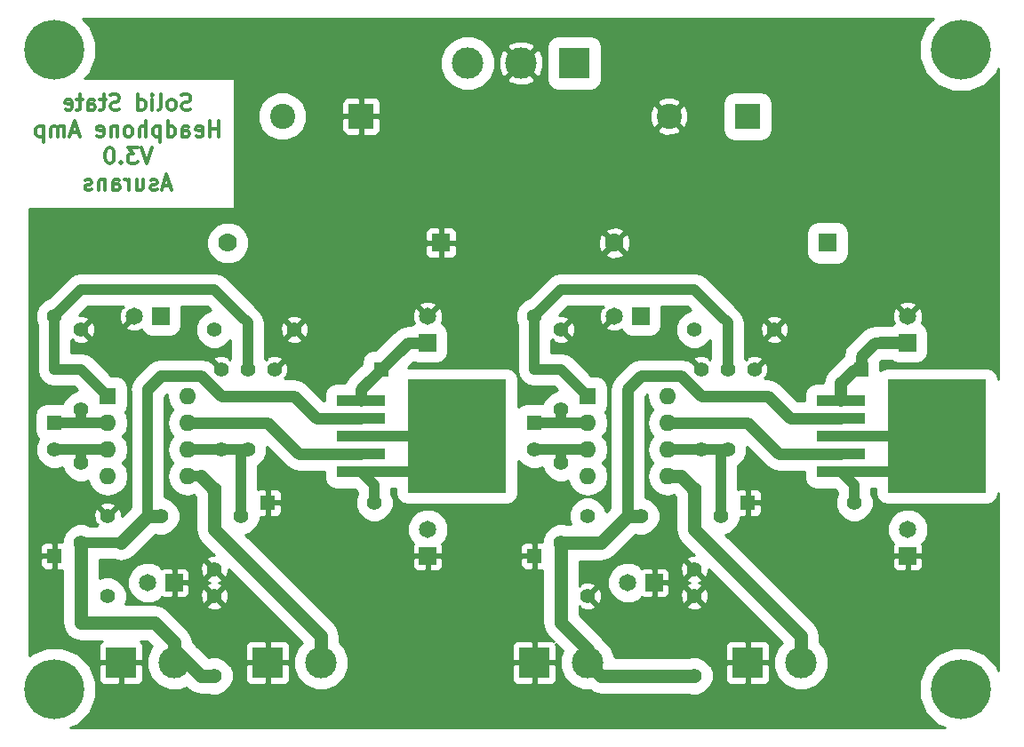
<source format=gbl>
G04 #@! TF.FileFunction,Copper,L2,Bot,Signal*
%FSLAX46Y46*%
G04 Gerber Fmt 4.6, Leading zero omitted, Abs format (unit mm)*
G04 Created by KiCad (PCBNEW 4.0.7-e2-6376~60~ubuntu17.10.1) date Tue Mar 20 18:45:29 2018*
%MOMM*%
%LPD*%
G01*
G04 APERTURE LIST*
%ADD10C,0.100000*%
%ADD11C,0.300000*%
%ADD12R,3.000000X3.000000*%
%ADD13C,3.000000*%
%ADD14R,4.600000X1.100000*%
%ADD15R,9.400000X10.800000*%
%ADD16R,1.651000X1.651000*%
%ADD17C,1.651000*%
%ADD18R,1.778000X1.778000*%
%ADD19C,1.778000*%
%ADD20R,1.600000X1.600000*%
%ADD21O,1.600000X1.600000*%
%ADD22R,2.400000X2.400000*%
%ADD23C,2.400000*%
%ADD24R,1.397000X1.397000*%
%ADD25C,1.397000*%
%ADD26C,5.700000*%
%ADD27C,1.100000*%
%ADD28C,1.150000*%
%ADD29C,1.000000*%
%ADD30C,1.250000*%
%ADD31C,0.254000*%
G04 APERTURE END LIST*
D10*
D11*
X101885000Y-29802143D02*
X101670714Y-29873571D01*
X101313571Y-29873571D01*
X101170714Y-29802143D01*
X101099285Y-29730714D01*
X101027857Y-29587857D01*
X101027857Y-29445000D01*
X101099285Y-29302143D01*
X101170714Y-29230714D01*
X101313571Y-29159286D01*
X101599285Y-29087857D01*
X101742143Y-29016429D01*
X101813571Y-28945000D01*
X101885000Y-28802143D01*
X101885000Y-28659286D01*
X101813571Y-28516429D01*
X101742143Y-28445000D01*
X101599285Y-28373571D01*
X101242143Y-28373571D01*
X101027857Y-28445000D01*
X100170714Y-29873571D02*
X100313572Y-29802143D01*
X100385000Y-29730714D01*
X100456429Y-29587857D01*
X100456429Y-29159286D01*
X100385000Y-29016429D01*
X100313572Y-28945000D01*
X100170714Y-28873571D01*
X99956429Y-28873571D01*
X99813572Y-28945000D01*
X99742143Y-29016429D01*
X99670714Y-29159286D01*
X99670714Y-29587857D01*
X99742143Y-29730714D01*
X99813572Y-29802143D01*
X99956429Y-29873571D01*
X100170714Y-29873571D01*
X98813571Y-29873571D02*
X98956429Y-29802143D01*
X99027857Y-29659286D01*
X99027857Y-28373571D01*
X98242143Y-29873571D02*
X98242143Y-28873571D01*
X98242143Y-28373571D02*
X98313572Y-28445000D01*
X98242143Y-28516429D01*
X98170715Y-28445000D01*
X98242143Y-28373571D01*
X98242143Y-28516429D01*
X96885000Y-29873571D02*
X96885000Y-28373571D01*
X96885000Y-29802143D02*
X97027857Y-29873571D01*
X97313571Y-29873571D01*
X97456429Y-29802143D01*
X97527857Y-29730714D01*
X97599286Y-29587857D01*
X97599286Y-29159286D01*
X97527857Y-29016429D01*
X97456429Y-28945000D01*
X97313571Y-28873571D01*
X97027857Y-28873571D01*
X96885000Y-28945000D01*
X95099286Y-29802143D02*
X94885000Y-29873571D01*
X94527857Y-29873571D01*
X94385000Y-29802143D01*
X94313571Y-29730714D01*
X94242143Y-29587857D01*
X94242143Y-29445000D01*
X94313571Y-29302143D01*
X94385000Y-29230714D01*
X94527857Y-29159286D01*
X94813571Y-29087857D01*
X94956429Y-29016429D01*
X95027857Y-28945000D01*
X95099286Y-28802143D01*
X95099286Y-28659286D01*
X95027857Y-28516429D01*
X94956429Y-28445000D01*
X94813571Y-28373571D01*
X94456429Y-28373571D01*
X94242143Y-28445000D01*
X93813572Y-28873571D02*
X93242143Y-28873571D01*
X93599286Y-28373571D02*
X93599286Y-29659286D01*
X93527858Y-29802143D01*
X93385000Y-29873571D01*
X93242143Y-29873571D01*
X92099286Y-29873571D02*
X92099286Y-29087857D01*
X92170715Y-28945000D01*
X92313572Y-28873571D01*
X92599286Y-28873571D01*
X92742143Y-28945000D01*
X92099286Y-29802143D02*
X92242143Y-29873571D01*
X92599286Y-29873571D01*
X92742143Y-29802143D01*
X92813572Y-29659286D01*
X92813572Y-29516429D01*
X92742143Y-29373571D01*
X92599286Y-29302143D01*
X92242143Y-29302143D01*
X92099286Y-29230714D01*
X91599286Y-28873571D02*
X91027857Y-28873571D01*
X91385000Y-28373571D02*
X91385000Y-29659286D01*
X91313572Y-29802143D01*
X91170714Y-29873571D01*
X91027857Y-29873571D01*
X89956429Y-29802143D02*
X90099286Y-29873571D01*
X90385000Y-29873571D01*
X90527857Y-29802143D01*
X90599286Y-29659286D01*
X90599286Y-29087857D01*
X90527857Y-28945000D01*
X90385000Y-28873571D01*
X90099286Y-28873571D01*
X89956429Y-28945000D01*
X89885000Y-29087857D01*
X89885000Y-29230714D01*
X90599286Y-29373571D01*
X104563571Y-32423571D02*
X104563571Y-30923571D01*
X104563571Y-31637857D02*
X103706428Y-31637857D01*
X103706428Y-32423571D02*
X103706428Y-30923571D01*
X102420714Y-32352143D02*
X102563571Y-32423571D01*
X102849285Y-32423571D01*
X102992142Y-32352143D01*
X103063571Y-32209286D01*
X103063571Y-31637857D01*
X102992142Y-31495000D01*
X102849285Y-31423571D01*
X102563571Y-31423571D01*
X102420714Y-31495000D01*
X102349285Y-31637857D01*
X102349285Y-31780714D01*
X103063571Y-31923571D01*
X101063571Y-32423571D02*
X101063571Y-31637857D01*
X101135000Y-31495000D01*
X101277857Y-31423571D01*
X101563571Y-31423571D01*
X101706428Y-31495000D01*
X101063571Y-32352143D02*
X101206428Y-32423571D01*
X101563571Y-32423571D01*
X101706428Y-32352143D01*
X101777857Y-32209286D01*
X101777857Y-32066429D01*
X101706428Y-31923571D01*
X101563571Y-31852143D01*
X101206428Y-31852143D01*
X101063571Y-31780714D01*
X99706428Y-32423571D02*
X99706428Y-30923571D01*
X99706428Y-32352143D02*
X99849285Y-32423571D01*
X100134999Y-32423571D01*
X100277857Y-32352143D01*
X100349285Y-32280714D01*
X100420714Y-32137857D01*
X100420714Y-31709286D01*
X100349285Y-31566429D01*
X100277857Y-31495000D01*
X100134999Y-31423571D01*
X99849285Y-31423571D01*
X99706428Y-31495000D01*
X98992142Y-31423571D02*
X98992142Y-32923571D01*
X98992142Y-31495000D02*
X98849285Y-31423571D01*
X98563571Y-31423571D01*
X98420714Y-31495000D01*
X98349285Y-31566429D01*
X98277856Y-31709286D01*
X98277856Y-32137857D01*
X98349285Y-32280714D01*
X98420714Y-32352143D01*
X98563571Y-32423571D01*
X98849285Y-32423571D01*
X98992142Y-32352143D01*
X97634999Y-32423571D02*
X97634999Y-30923571D01*
X96992142Y-32423571D02*
X96992142Y-31637857D01*
X97063571Y-31495000D01*
X97206428Y-31423571D01*
X97420713Y-31423571D01*
X97563571Y-31495000D01*
X97634999Y-31566429D01*
X96063570Y-32423571D02*
X96206428Y-32352143D01*
X96277856Y-32280714D01*
X96349285Y-32137857D01*
X96349285Y-31709286D01*
X96277856Y-31566429D01*
X96206428Y-31495000D01*
X96063570Y-31423571D01*
X95849285Y-31423571D01*
X95706428Y-31495000D01*
X95634999Y-31566429D01*
X95563570Y-31709286D01*
X95563570Y-32137857D01*
X95634999Y-32280714D01*
X95706428Y-32352143D01*
X95849285Y-32423571D01*
X96063570Y-32423571D01*
X94920713Y-31423571D02*
X94920713Y-32423571D01*
X94920713Y-31566429D02*
X94849285Y-31495000D01*
X94706427Y-31423571D01*
X94492142Y-31423571D01*
X94349285Y-31495000D01*
X94277856Y-31637857D01*
X94277856Y-32423571D01*
X92992142Y-32352143D02*
X93134999Y-32423571D01*
X93420713Y-32423571D01*
X93563570Y-32352143D01*
X93634999Y-32209286D01*
X93634999Y-31637857D01*
X93563570Y-31495000D01*
X93420713Y-31423571D01*
X93134999Y-31423571D01*
X92992142Y-31495000D01*
X92920713Y-31637857D01*
X92920713Y-31780714D01*
X93634999Y-31923571D01*
X91206428Y-31995000D02*
X90492142Y-31995000D01*
X91349285Y-32423571D02*
X90849285Y-30923571D01*
X90349285Y-32423571D01*
X89849285Y-32423571D02*
X89849285Y-31423571D01*
X89849285Y-31566429D02*
X89777857Y-31495000D01*
X89634999Y-31423571D01*
X89420714Y-31423571D01*
X89277857Y-31495000D01*
X89206428Y-31637857D01*
X89206428Y-32423571D01*
X89206428Y-31637857D02*
X89134999Y-31495000D01*
X88992142Y-31423571D01*
X88777857Y-31423571D01*
X88634999Y-31495000D01*
X88563571Y-31637857D01*
X88563571Y-32423571D01*
X87849285Y-31423571D02*
X87849285Y-32923571D01*
X87849285Y-31495000D02*
X87706428Y-31423571D01*
X87420714Y-31423571D01*
X87277857Y-31495000D01*
X87206428Y-31566429D01*
X87134999Y-31709286D01*
X87134999Y-32137857D01*
X87206428Y-32280714D01*
X87277857Y-32352143D01*
X87420714Y-32423571D01*
X87706428Y-32423571D01*
X87849285Y-32352143D01*
X98170714Y-33473571D02*
X97670714Y-34973571D01*
X97170714Y-33473571D01*
X96813571Y-33473571D02*
X95885000Y-33473571D01*
X96385000Y-34045000D01*
X96170714Y-34045000D01*
X96027857Y-34116429D01*
X95956428Y-34187857D01*
X95885000Y-34330714D01*
X95885000Y-34687857D01*
X95956428Y-34830714D01*
X96027857Y-34902143D01*
X96170714Y-34973571D01*
X96599286Y-34973571D01*
X96742143Y-34902143D01*
X96813571Y-34830714D01*
X95242143Y-34830714D02*
X95170715Y-34902143D01*
X95242143Y-34973571D01*
X95313572Y-34902143D01*
X95242143Y-34830714D01*
X95242143Y-34973571D01*
X94242143Y-33473571D02*
X94099286Y-33473571D01*
X93956429Y-33545000D01*
X93885000Y-33616429D01*
X93813571Y-33759286D01*
X93742143Y-34045000D01*
X93742143Y-34402143D01*
X93813571Y-34687857D01*
X93885000Y-34830714D01*
X93956429Y-34902143D01*
X94099286Y-34973571D01*
X94242143Y-34973571D01*
X94385000Y-34902143D01*
X94456429Y-34830714D01*
X94527857Y-34687857D01*
X94599286Y-34402143D01*
X94599286Y-34045000D01*
X94527857Y-33759286D01*
X94456429Y-33616429D01*
X94385000Y-33545000D01*
X94242143Y-33473571D01*
X99956429Y-37095000D02*
X99242143Y-37095000D01*
X100099286Y-37523571D02*
X99599286Y-36023571D01*
X99099286Y-37523571D01*
X98670715Y-37452143D02*
X98527858Y-37523571D01*
X98242143Y-37523571D01*
X98099286Y-37452143D01*
X98027858Y-37309286D01*
X98027858Y-37237857D01*
X98099286Y-37095000D01*
X98242143Y-37023571D01*
X98456429Y-37023571D01*
X98599286Y-36952143D01*
X98670715Y-36809286D01*
X98670715Y-36737857D01*
X98599286Y-36595000D01*
X98456429Y-36523571D01*
X98242143Y-36523571D01*
X98099286Y-36595000D01*
X96742143Y-36523571D02*
X96742143Y-37523571D01*
X97385000Y-36523571D02*
X97385000Y-37309286D01*
X97313572Y-37452143D01*
X97170714Y-37523571D01*
X96956429Y-37523571D01*
X96813572Y-37452143D01*
X96742143Y-37380714D01*
X96027857Y-37523571D02*
X96027857Y-36523571D01*
X96027857Y-36809286D02*
X95956429Y-36666429D01*
X95885000Y-36595000D01*
X95742143Y-36523571D01*
X95599286Y-36523571D01*
X94456429Y-37523571D02*
X94456429Y-36737857D01*
X94527858Y-36595000D01*
X94670715Y-36523571D01*
X94956429Y-36523571D01*
X95099286Y-36595000D01*
X94456429Y-37452143D02*
X94599286Y-37523571D01*
X94956429Y-37523571D01*
X95099286Y-37452143D01*
X95170715Y-37309286D01*
X95170715Y-37166429D01*
X95099286Y-37023571D01*
X94956429Y-36952143D01*
X94599286Y-36952143D01*
X94456429Y-36880714D01*
X93742143Y-36523571D02*
X93742143Y-37523571D01*
X93742143Y-36666429D02*
X93670715Y-36595000D01*
X93527857Y-36523571D01*
X93313572Y-36523571D01*
X93170715Y-36595000D01*
X93099286Y-36737857D01*
X93099286Y-37523571D01*
X92456429Y-37452143D02*
X92313572Y-37523571D01*
X92027857Y-37523571D01*
X91885000Y-37452143D01*
X91813572Y-37309286D01*
X91813572Y-37237857D01*
X91885000Y-37095000D01*
X92027857Y-37023571D01*
X92242143Y-37023571D01*
X92385000Y-36952143D01*
X92456429Y-36809286D01*
X92456429Y-36737857D01*
X92385000Y-36595000D01*
X92242143Y-36523571D01*
X92027857Y-36523571D01*
X91885000Y-36595000D01*
D12*
X95250000Y-82550000D03*
D13*
X100330000Y-82550000D03*
D14*
X118110000Y-57560000D03*
X118110000Y-59260000D03*
X118110000Y-62660000D03*
D15*
X127260000Y-60960000D03*
D14*
X118110000Y-60960000D03*
X118110000Y-64360000D03*
D16*
X144780000Y-49530000D03*
D17*
X142240000Y-49530000D03*
D18*
X162560000Y-42545000D03*
D19*
X142240000Y-42545000D03*
D16*
X100330000Y-74930000D03*
D17*
X97790000Y-74930000D03*
D18*
X125730000Y-42545000D03*
D19*
X105410000Y-42545000D03*
D16*
X99060000Y-49530000D03*
D17*
X96520000Y-49530000D03*
D16*
X146050000Y-74930000D03*
D17*
X143510000Y-74930000D03*
D12*
X138430000Y-25400000D03*
D13*
X133350000Y-25400000D03*
X128270000Y-25400000D03*
D20*
X93980000Y-57150000D03*
D21*
X101600000Y-64770000D03*
X93980000Y-59690000D03*
X101600000Y-62230000D03*
X93980000Y-62230000D03*
X101600000Y-59690000D03*
X93980000Y-64770000D03*
X101600000Y-57150000D03*
D20*
X139700000Y-57150000D03*
D21*
X147320000Y-64770000D03*
X139700000Y-59690000D03*
X147320000Y-62230000D03*
X139700000Y-62230000D03*
X147320000Y-59690000D03*
X139700000Y-64770000D03*
X147320000Y-57150000D03*
D22*
X154940000Y-30480000D03*
D23*
X147440000Y-30480000D03*
D22*
X118110000Y-30480000D03*
D23*
X110610000Y-30480000D03*
D24*
X88900000Y-72390000D03*
D25*
X88900000Y-62230000D03*
D24*
X88900000Y-59690000D03*
D25*
X88900000Y-49530000D03*
D24*
X134620000Y-59690000D03*
D25*
X134620000Y-49530000D03*
D24*
X134620000Y-72390000D03*
D25*
X134620000Y-62230000D03*
X104140000Y-50800000D03*
X111760000Y-50800000D03*
X149860000Y-50800000D03*
X157480000Y-50800000D03*
X139700000Y-76200000D03*
X139700000Y-68580000D03*
X93980000Y-68580000D03*
X93980000Y-76200000D03*
X106680000Y-68580000D03*
X99060000Y-68580000D03*
X104775000Y-54610000D03*
X104775000Y-62230000D03*
X104140000Y-76200000D03*
X104140000Y-83820000D03*
X150495000Y-54610000D03*
X150495000Y-62230000D03*
X149860000Y-76200000D03*
X149860000Y-83820000D03*
X152400000Y-68580000D03*
X144780000Y-68580000D03*
X91440000Y-63500000D03*
X91440000Y-71120000D03*
X107315000Y-54610000D03*
X107315000Y-62230000D03*
X91440000Y-58420000D03*
X91440000Y-50800000D03*
X104140000Y-73660000D03*
X104140000Y-66040000D03*
X149860000Y-66040000D03*
X149860000Y-73660000D03*
X137160000Y-58420000D03*
X137160000Y-50800000D03*
X153035000Y-62230000D03*
X153035000Y-54610000D03*
X137160000Y-63500000D03*
X137160000Y-71120000D03*
D16*
X124460000Y-52070000D03*
D17*
X124460000Y-49530000D03*
D16*
X170180000Y-72390000D03*
D17*
X170180000Y-69850000D03*
D16*
X170180000Y-52070000D03*
D17*
X170180000Y-49530000D03*
D16*
X124460000Y-72390000D03*
D17*
X124460000Y-69850000D03*
D24*
X120015000Y-54610000D03*
D25*
X109855000Y-54610000D03*
D24*
X109220000Y-67310000D03*
D25*
X119380000Y-67310000D03*
D24*
X165735000Y-54610000D03*
D25*
X155575000Y-54610000D03*
D24*
X154940000Y-67310000D03*
D25*
X165100000Y-67310000D03*
D14*
X163830000Y-57560000D03*
X163830000Y-59260000D03*
X163830000Y-62660000D03*
D15*
X172980000Y-60960000D03*
D14*
X163830000Y-60960000D03*
X163830000Y-64360000D03*
D12*
X109220000Y-82550000D03*
D13*
X114300000Y-82550000D03*
D12*
X154940000Y-82550000D03*
D13*
X160020000Y-82550000D03*
D12*
X134620000Y-82550000D03*
D13*
X139700000Y-82550000D03*
D26*
X175260000Y-24130000D03*
X88900000Y-24130000D03*
X88900000Y-85090000D03*
X175260000Y-85090000D03*
D27*
X118110000Y-57560000D02*
X118110000Y-56515000D01*
X122555000Y-52070000D02*
X124460000Y-52070000D01*
X118110000Y-56515000D02*
X122555000Y-52070000D01*
X167640000Y-52070000D02*
X167005000Y-52070000D01*
D28*
X170180000Y-52070000D02*
X168910000Y-52070000D01*
X167640000Y-52070000D02*
X168910000Y-52070000D01*
D27*
X165735000Y-53340000D02*
X165735000Y-54610000D01*
X167005000Y-52070000D02*
X165735000Y-53340000D01*
X165735000Y-54610000D02*
X165100000Y-54610000D01*
X165100000Y-54610000D02*
X163830000Y-55880000D01*
D28*
X163830000Y-55880000D02*
X163830000Y-57560000D01*
D29*
X163830000Y-64360000D02*
X169580000Y-64360000D01*
X169580000Y-64360000D02*
X172980000Y-60960000D01*
X118110000Y-64360000D02*
X123860000Y-64360000D01*
X123860000Y-64360000D02*
X127260000Y-60960000D01*
X165100000Y-67310000D02*
X165100000Y-65630000D01*
X165100000Y-65630000D02*
X163830000Y-64360000D01*
X119380000Y-67310000D02*
X119380000Y-65630000D01*
X119380000Y-65630000D02*
X118110000Y-64360000D01*
X118110000Y-60960000D02*
X127260000Y-60960000D01*
X163830000Y-60960000D02*
X172980000Y-60960000D01*
X91440000Y-62230000D02*
X91440000Y-63500000D01*
X91440000Y-62230000D02*
X88900000Y-62230000D01*
X93980000Y-62230000D02*
X91440000Y-62230000D01*
X91440000Y-58420000D02*
X91440000Y-59690000D01*
X88900000Y-59690000D02*
X91440000Y-59690000D01*
X91440000Y-59690000D02*
X93980000Y-59690000D01*
X107315000Y-54610000D02*
X107315000Y-50165000D01*
X106680000Y-49530000D02*
X104140000Y-46990000D01*
X104140000Y-46990000D02*
X91440000Y-46990000D01*
X91440000Y-46990000D02*
X88900000Y-49530000D01*
X107315000Y-50165000D02*
X106680000Y-49530000D01*
X88900000Y-49530000D02*
X88900000Y-54610000D01*
X92710000Y-55880000D02*
X93980000Y-57150000D01*
X91440000Y-54610000D02*
X92710000Y-55880000D01*
X88900000Y-54610000D02*
X91440000Y-54610000D01*
X137160000Y-59690000D02*
X139700000Y-59690000D01*
X134620000Y-59690000D02*
X137160000Y-59690000D01*
X137160000Y-58420000D02*
X137160000Y-59690000D01*
X153035000Y-54610000D02*
X153035000Y-50165000D01*
X152400000Y-49530000D02*
X149860000Y-46990000D01*
X149860000Y-46990000D02*
X137160000Y-46990000D01*
X137160000Y-46990000D02*
X134620000Y-49530000D01*
X153035000Y-50165000D02*
X152400000Y-49530000D01*
X134620000Y-54610000D02*
X137160000Y-54610000D01*
X137160000Y-54610000D02*
X138430000Y-55880000D01*
X138430000Y-55880000D02*
X139700000Y-57150000D01*
X134620000Y-49530000D02*
X134620000Y-54610000D01*
X137160000Y-62230000D02*
X137160000Y-63500000D01*
X139700000Y-62230000D02*
X137160000Y-62230000D01*
X137160000Y-62230000D02*
X134620000Y-62230000D01*
X107315000Y-62230000D02*
X106680000Y-62230000D01*
X106680000Y-68580000D02*
X106680000Y-62230000D01*
X106680000Y-62230000D02*
X104140000Y-62230000D01*
X104140000Y-62230000D02*
X101600000Y-62230000D01*
X153035000Y-62230000D02*
X152400000Y-62230000D01*
X152400000Y-68580000D02*
X152400000Y-62230000D01*
X149860000Y-62230000D02*
X147320000Y-62230000D01*
X152400000Y-62230000D02*
X149860000Y-62230000D01*
D27*
X118110000Y-62660000D02*
X112190000Y-62660000D01*
X109220000Y-59690000D02*
X101600000Y-59690000D01*
X112190000Y-62660000D02*
X109220000Y-59690000D01*
X163830000Y-62660000D02*
X157910000Y-62660000D01*
X154940000Y-59690000D02*
X147320000Y-59690000D01*
X157910000Y-62660000D02*
X154940000Y-59690000D01*
D30*
X114300000Y-82550000D02*
X114300000Y-80010000D01*
X104140000Y-69850000D02*
X105410000Y-71120000D01*
X104140000Y-69850000D02*
X104140000Y-66040000D01*
X114300000Y-80010000D02*
X105410000Y-71120000D01*
X104140000Y-66040000D02*
X102870000Y-64770000D01*
D29*
X102870000Y-64770000D02*
X101600000Y-64770000D01*
D30*
X160020000Y-82550000D02*
X160020000Y-80010000D01*
X149860000Y-69850000D02*
X149860000Y-66040000D01*
X160020000Y-80010000D02*
X149860000Y-69850000D01*
X147320000Y-64770000D02*
X148590000Y-64770000D01*
X148590000Y-64770000D02*
X149860000Y-66040000D01*
X91440000Y-71120000D02*
X91440000Y-78740000D01*
X100330000Y-80645000D02*
X100330000Y-81280000D01*
X98425000Y-78740000D02*
X100330000Y-80645000D01*
X94615000Y-78740000D02*
X98425000Y-78740000D01*
X91440000Y-78740000D02*
X94615000Y-78740000D01*
X100330000Y-81280000D02*
X102870000Y-83820000D01*
X102870000Y-83820000D02*
X104140000Y-83820000D01*
D27*
X113030000Y-58420000D02*
X111760000Y-57150000D01*
X111760000Y-57150000D02*
X104775000Y-57150000D01*
X104775000Y-57150000D02*
X102870000Y-55245000D01*
X102870000Y-55245000D02*
X99060000Y-55245000D01*
X99060000Y-55245000D02*
X97790000Y-56515000D01*
D29*
X102870000Y-55245000D02*
X99060000Y-55245000D01*
X99060000Y-55245000D02*
X97790000Y-56515000D01*
X97790000Y-68580000D02*
X97790000Y-56515000D01*
D27*
X113870000Y-59260000D02*
X118110000Y-59260000D01*
X113870000Y-59260000D02*
X113030000Y-58420000D01*
D29*
X104775000Y-57150000D02*
X102870000Y-55245000D01*
X111760000Y-57150000D02*
X104775000Y-57150000D01*
D30*
X96520000Y-69850000D02*
X97790000Y-68580000D01*
X99060000Y-68580000D02*
X97790000Y-68580000D01*
X96520000Y-69850000D02*
X95250000Y-71120000D01*
D29*
X95250000Y-71120000D02*
X91440000Y-71120000D01*
D27*
X144780000Y-55245000D02*
X143510000Y-56515000D01*
X148590000Y-55245000D02*
X147320000Y-55245000D01*
X147320000Y-55245000D02*
X144780000Y-55245000D01*
X150495000Y-57150000D02*
X148590000Y-55245000D01*
X143510000Y-56515000D02*
X143510000Y-68580000D01*
X150495000Y-57150000D02*
X156845000Y-57150000D01*
X156845000Y-57150000D02*
X158955000Y-59260000D01*
X158955000Y-59260000D02*
X163830000Y-59260000D01*
D29*
X156845000Y-57150000D02*
X150495000Y-57150000D01*
D27*
X163830000Y-59260000D02*
X158955000Y-59260000D01*
X158955000Y-59260000D02*
X156845000Y-57150000D01*
D30*
X149860000Y-83820000D02*
X140970000Y-83820000D01*
X140970000Y-83820000D02*
X139700000Y-82550000D01*
X142240000Y-69850000D02*
X143510000Y-68580000D01*
X137160000Y-71120000D02*
X140970000Y-71120000D01*
X140970000Y-71120000D02*
X142240000Y-69850000D01*
X143510000Y-68580000D02*
X144780000Y-68580000D01*
X139700000Y-82550000D02*
X139700000Y-81280000D01*
X139700000Y-81280000D02*
X137160000Y-78740000D01*
X137160000Y-78740000D02*
X137160000Y-71120000D01*
D29*
X144780000Y-68580000D02*
X143510000Y-68580000D01*
X140970000Y-71120000D02*
X142240000Y-69850000D01*
D31*
G36*
X171890429Y-21874269D02*
X171283692Y-23335455D01*
X171282311Y-24917604D01*
X171886498Y-26379846D01*
X173004269Y-27499571D01*
X174465455Y-28106308D01*
X176047604Y-28107689D01*
X177509846Y-27503502D01*
X178629571Y-26385731D01*
X178823000Y-25919902D01*
X178823000Y-55527693D01*
X178750494Y-55142359D01*
X178503669Y-54758781D01*
X178127056Y-54501452D01*
X177680000Y-54410921D01*
X168280000Y-54410921D01*
X167862359Y-54489506D01*
X167582579Y-54669539D01*
X167582579Y-53911500D01*
X167575066Y-53871570D01*
X167674636Y-53772000D01*
X168641008Y-53772000D01*
X168907444Y-53954048D01*
X169354500Y-54044579D01*
X171005500Y-54044579D01*
X171423141Y-53965994D01*
X171806719Y-53719169D01*
X172064048Y-53342556D01*
X172154579Y-52895500D01*
X172154579Y-51244500D01*
X172075994Y-50826859D01*
X171829169Y-50443281D01*
X171487344Y-50209722D01*
X171652340Y-49752869D01*
X171625553Y-49172465D01*
X171454976Y-48760656D01*
X171206215Y-48683390D01*
X170359605Y-49530000D01*
X170373748Y-49544143D01*
X170194143Y-49723748D01*
X170180000Y-49709605D01*
X170165858Y-49723748D01*
X169986253Y-49544143D01*
X170000395Y-49530000D01*
X169153785Y-48683390D01*
X168905024Y-48760656D01*
X168707660Y-49307131D01*
X168734447Y-49887535D01*
X168870733Y-50216557D01*
X168635383Y-50368000D01*
X167640000Y-50368000D01*
X167514317Y-50393000D01*
X167005000Y-50393000D01*
X166363240Y-50520654D01*
X165819182Y-50884182D01*
X164549182Y-52154182D01*
X164185654Y-52698240D01*
X164060733Y-53326260D01*
X163914182Y-53424182D01*
X162733055Y-54605309D01*
X162626504Y-54676504D01*
X162257557Y-55228673D01*
X162131795Y-55860921D01*
X161530000Y-55860921D01*
X161112359Y-55939506D01*
X160728781Y-56186331D01*
X160471452Y-56562944D01*
X160380921Y-57010000D01*
X160380921Y-57583000D01*
X159649636Y-57583000D01*
X158030818Y-55964182D01*
X157486760Y-55600654D01*
X156845000Y-55473000D01*
X156617608Y-55473000D01*
X156509190Y-55364582D01*
X156744800Y-55302929D01*
X156920927Y-54802520D01*
X156892148Y-54272801D01*
X156744800Y-53917071D01*
X156509188Y-53855417D01*
X155754605Y-54610000D01*
X155768748Y-54624143D01*
X155589143Y-54803748D01*
X155575000Y-54789605D01*
X155560858Y-54803748D01*
X155381253Y-54624143D01*
X155395395Y-54610000D01*
X155381253Y-54595858D01*
X155560858Y-54416253D01*
X155575000Y-54430395D01*
X156329583Y-53675812D01*
X156267929Y-53440200D01*
X155767520Y-53264073D01*
X155237801Y-53292852D01*
X154882071Y-53440200D01*
X154820418Y-53675810D01*
X154705163Y-53560555D01*
X154662000Y-53603718D01*
X154662000Y-51734188D01*
X156725417Y-51734188D01*
X156787071Y-51969800D01*
X157287480Y-52145927D01*
X157817199Y-52117148D01*
X158172929Y-51969800D01*
X158234583Y-51734188D01*
X157480000Y-50979605D01*
X156725417Y-51734188D01*
X154662000Y-51734188D01*
X154662000Y-50607480D01*
X156134073Y-50607480D01*
X156162852Y-51137199D01*
X156310200Y-51492929D01*
X156545812Y-51554583D01*
X157300395Y-50800000D01*
X157659605Y-50800000D01*
X158414188Y-51554583D01*
X158649800Y-51492929D01*
X158825927Y-50992520D01*
X158797148Y-50462801D01*
X158649800Y-50107071D01*
X158414188Y-50045417D01*
X157659605Y-50800000D01*
X157300395Y-50800000D01*
X156545812Y-50045417D01*
X156310200Y-50107071D01*
X156134073Y-50607480D01*
X154662000Y-50607480D01*
X154662000Y-50165005D01*
X154662001Y-50165000D01*
X154602489Y-49865812D01*
X156725417Y-49865812D01*
X157480000Y-50620395D01*
X158234583Y-49865812D01*
X158172929Y-49630200D01*
X157672520Y-49454073D01*
X157142801Y-49482852D01*
X156787071Y-49630200D01*
X156725417Y-49865812D01*
X154602489Y-49865812D01*
X154538152Y-49542374D01*
X154380968Y-49307131D01*
X154185463Y-49014537D01*
X154185460Y-49014535D01*
X153674711Y-48503785D01*
X169333390Y-48503785D01*
X170180000Y-49350395D01*
X171026610Y-48503785D01*
X170949344Y-48255024D01*
X170402869Y-48057660D01*
X169822465Y-48084447D01*
X169410656Y-48255024D01*
X169333390Y-48503785D01*
X153674711Y-48503785D01*
X153550463Y-48379537D01*
X153550460Y-48379535D01*
X151010463Y-45839537D01*
X150482626Y-45486848D01*
X149860000Y-45363000D01*
X137160000Y-45363000D01*
X136537374Y-45486848D01*
X136009537Y-45839537D01*
X136009535Y-45839540D01*
X134064910Y-47784164D01*
X133587288Y-47981514D01*
X133073319Y-48494587D01*
X132794817Y-49165292D01*
X132794183Y-49891521D01*
X132993000Y-50372694D01*
X132993000Y-54610000D01*
X133116848Y-55232626D01*
X133469537Y-55760463D01*
X133997374Y-56113152D01*
X134620000Y-56237000D01*
X136486074Y-56237000D01*
X136843296Y-56594222D01*
X136798479Y-56594183D01*
X136127288Y-56871514D01*
X135613319Y-57384587D01*
X135415087Y-57861980D01*
X135318500Y-57842421D01*
X133921500Y-57842421D01*
X133503859Y-57921006D01*
X133120281Y-58167831D01*
X133109079Y-58184226D01*
X133109079Y-55560000D01*
X133030494Y-55142359D01*
X132783669Y-54758781D01*
X132407056Y-54501452D01*
X131960000Y-54410921D01*
X122585715Y-54410921D01*
X123101388Y-53895248D01*
X123187444Y-53954048D01*
X123634500Y-54044579D01*
X125285500Y-54044579D01*
X125703141Y-53965994D01*
X126086719Y-53719169D01*
X126344048Y-53342556D01*
X126434579Y-52895500D01*
X126434579Y-51244500D01*
X126355994Y-50826859D01*
X126109169Y-50443281D01*
X125767344Y-50209722D01*
X125932340Y-49752869D01*
X125905553Y-49172465D01*
X125734976Y-48760656D01*
X125486215Y-48683390D01*
X124639605Y-49530000D01*
X124653748Y-49544143D01*
X124474143Y-49723748D01*
X124460000Y-49709605D01*
X124445858Y-49723748D01*
X124266253Y-49544143D01*
X124280395Y-49530000D01*
X123433785Y-48683390D01*
X123185024Y-48760656D01*
X122987660Y-49307131D01*
X123014447Y-49887535D01*
X123150733Y-50216557D01*
X122876532Y-50393000D01*
X122555000Y-50393000D01*
X121913240Y-50520654D01*
X121369182Y-50884182D01*
X119490943Y-52762421D01*
X119316500Y-52762421D01*
X118898859Y-52841006D01*
X118515281Y-53087831D01*
X118257952Y-53464444D01*
X118167421Y-53911500D01*
X118167421Y-54085943D01*
X116924182Y-55329182D01*
X116568885Y-55860921D01*
X115810000Y-55860921D01*
X115392359Y-55939506D01*
X115008781Y-56186331D01*
X114751452Y-56562944D01*
X114660921Y-57010000D01*
X114660921Y-57583000D01*
X114564636Y-57583000D01*
X112945818Y-55964182D01*
X112401760Y-55600654D01*
X111760000Y-55473000D01*
X110897608Y-55473000D01*
X110789190Y-55364582D01*
X111024800Y-55302929D01*
X111200927Y-54802520D01*
X111172148Y-54272801D01*
X111024800Y-53917071D01*
X110789188Y-53855417D01*
X110034605Y-54610000D01*
X110048748Y-54624143D01*
X109869143Y-54803748D01*
X109855000Y-54789605D01*
X109840858Y-54803748D01*
X109661253Y-54624143D01*
X109675395Y-54610000D01*
X109661253Y-54595858D01*
X109840858Y-54416253D01*
X109855000Y-54430395D01*
X110609583Y-53675812D01*
X110547929Y-53440200D01*
X110047520Y-53264073D01*
X109517801Y-53292852D01*
X109162071Y-53440200D01*
X109100418Y-53675810D01*
X108985163Y-53560555D01*
X108942000Y-53603718D01*
X108942000Y-51734188D01*
X111005417Y-51734188D01*
X111067071Y-51969800D01*
X111567480Y-52145927D01*
X112097199Y-52117148D01*
X112452929Y-51969800D01*
X112514583Y-51734188D01*
X111760000Y-50979605D01*
X111005417Y-51734188D01*
X108942000Y-51734188D01*
X108942000Y-50607480D01*
X110414073Y-50607480D01*
X110442852Y-51137199D01*
X110590200Y-51492929D01*
X110825812Y-51554583D01*
X111580395Y-50800000D01*
X111939605Y-50800000D01*
X112694188Y-51554583D01*
X112929800Y-51492929D01*
X113105927Y-50992520D01*
X113077148Y-50462801D01*
X112929800Y-50107071D01*
X112694188Y-50045417D01*
X111939605Y-50800000D01*
X111580395Y-50800000D01*
X110825812Y-50045417D01*
X110590200Y-50107071D01*
X110414073Y-50607480D01*
X108942000Y-50607480D01*
X108942000Y-50165005D01*
X108942001Y-50165000D01*
X108882489Y-49865812D01*
X111005417Y-49865812D01*
X111760000Y-50620395D01*
X112514583Y-49865812D01*
X112452929Y-49630200D01*
X111952520Y-49454073D01*
X111422801Y-49482852D01*
X111067071Y-49630200D01*
X111005417Y-49865812D01*
X108882489Y-49865812D01*
X108818152Y-49542374D01*
X108660968Y-49307131D01*
X108465463Y-49014537D01*
X108465460Y-49014535D01*
X107954711Y-48503785D01*
X123613390Y-48503785D01*
X124460000Y-49350395D01*
X125306610Y-48503785D01*
X125229344Y-48255024D01*
X124682869Y-48057660D01*
X124102465Y-48084447D01*
X123690656Y-48255024D01*
X123613390Y-48503785D01*
X107954711Y-48503785D01*
X107830463Y-48379537D01*
X107830460Y-48379535D01*
X105290463Y-45839537D01*
X104762626Y-45486848D01*
X104140000Y-45363000D01*
X91440000Y-45363000D01*
X90817374Y-45486848D01*
X90289537Y-45839537D01*
X90289535Y-45839540D01*
X88344910Y-47784164D01*
X87867288Y-47981514D01*
X87353319Y-48494587D01*
X87074817Y-49165292D01*
X87074183Y-49891521D01*
X87273000Y-50372694D01*
X87273000Y-54610000D01*
X87396848Y-55232626D01*
X87749537Y-55760463D01*
X88277374Y-56113152D01*
X88900000Y-56237000D01*
X90766074Y-56237000D01*
X91123296Y-56594222D01*
X91078479Y-56594183D01*
X90407288Y-56871514D01*
X89893319Y-57384587D01*
X89695087Y-57861980D01*
X89598500Y-57842421D01*
X88201500Y-57842421D01*
X87783859Y-57921006D01*
X87400281Y-58167831D01*
X87142952Y-58544444D01*
X87052421Y-58991500D01*
X87052421Y-60388500D01*
X87131006Y-60806141D01*
X87370151Y-61177784D01*
X87353319Y-61194587D01*
X87074817Y-61865292D01*
X87074183Y-62591521D01*
X87351514Y-63262712D01*
X87864587Y-63776681D01*
X88535292Y-64055183D01*
X89261521Y-64055817D01*
X89631328Y-63903015D01*
X89891514Y-64532712D01*
X90404587Y-65046681D01*
X91075292Y-65325183D01*
X91801521Y-65325817D01*
X92101178Y-65202001D01*
X92161932Y-65507431D01*
X92579653Y-66132595D01*
X93204817Y-66550316D01*
X93942248Y-66697000D01*
X94017752Y-66697000D01*
X94755183Y-66550316D01*
X95380347Y-66132595D01*
X95798068Y-65507431D01*
X95944752Y-64770000D01*
X95798068Y-64032569D01*
X95442217Y-63500000D01*
X95798068Y-62967431D01*
X95944752Y-62230000D01*
X95798068Y-61492569D01*
X95442217Y-60960000D01*
X95798068Y-60427431D01*
X95944752Y-59690000D01*
X95798068Y-58952569D01*
X95630418Y-58701663D01*
X95838548Y-58397056D01*
X95929079Y-57950000D01*
X95929079Y-56350000D01*
X95850494Y-55932359D01*
X95603669Y-55548781D01*
X95227056Y-55291452D01*
X94780000Y-55200921D01*
X94331847Y-55200921D01*
X92590463Y-53459537D01*
X92062626Y-53106848D01*
X91440000Y-52983000D01*
X90527000Y-52983000D01*
X90527000Y-51806282D01*
X90570163Y-51849445D01*
X90685418Y-51734190D01*
X90747071Y-51969800D01*
X91247480Y-52145927D01*
X91777199Y-52117148D01*
X92132929Y-51969800D01*
X92194583Y-51734188D01*
X91440000Y-50979605D01*
X91425858Y-50993748D01*
X91246253Y-50814143D01*
X91260395Y-50800000D01*
X91619605Y-50800000D01*
X92374188Y-51554583D01*
X92609800Y-51492929D01*
X92785927Y-50992520D01*
X92757148Y-50462801D01*
X92609800Y-50107071D01*
X92374188Y-50045417D01*
X91619605Y-50800000D01*
X91260395Y-50800000D01*
X91246253Y-50785858D01*
X91425858Y-50606253D01*
X91440000Y-50620395D01*
X92194583Y-49865812D01*
X92132929Y-49630200D01*
X91632520Y-49454073D01*
X91256419Y-49474506D01*
X92113925Y-48617000D01*
X95427392Y-48617000D01*
X95493783Y-48683391D01*
X95245024Y-48760656D01*
X95047660Y-49307131D01*
X95074447Y-49887535D01*
X95245024Y-50299344D01*
X95493785Y-50376610D01*
X96340395Y-49530000D01*
X96326253Y-49515858D01*
X96505858Y-49336253D01*
X96520000Y-49350395D01*
X96534143Y-49336253D01*
X96713748Y-49515858D01*
X96699605Y-49530000D01*
X96713748Y-49544143D01*
X96534143Y-49723748D01*
X96520000Y-49709605D01*
X95673390Y-50556215D01*
X95750656Y-50804976D01*
X96297131Y-51002340D01*
X96877535Y-50975553D01*
X97206557Y-50839267D01*
X97410831Y-51156719D01*
X97787444Y-51414048D01*
X98234500Y-51504579D01*
X99885500Y-51504579D01*
X100303141Y-51425994D01*
X100686719Y-51179169D01*
X100944048Y-50802556D01*
X101034579Y-50355500D01*
X101034579Y-48704500D01*
X101018115Y-48617000D01*
X103466074Y-48617000D01*
X103823296Y-48974222D01*
X103778479Y-48974183D01*
X103107288Y-49251514D01*
X102593319Y-49764587D01*
X102314817Y-50435292D01*
X102314183Y-51161521D01*
X102591514Y-51832712D01*
X103104587Y-52346681D01*
X103775292Y-52625183D01*
X104501521Y-52625817D01*
X105172712Y-52348486D01*
X105686681Y-51835413D01*
X105688000Y-51832237D01*
X105688000Y-53603718D01*
X105644837Y-53560555D01*
X105529582Y-53675810D01*
X105467929Y-53440200D01*
X104967520Y-53264073D01*
X104437801Y-53292852D01*
X104082071Y-53440200D01*
X104020417Y-53675812D01*
X104775000Y-54430395D01*
X104789143Y-54416253D01*
X104968748Y-54595858D01*
X104954605Y-54610000D01*
X104968748Y-54624143D01*
X104794763Y-54798127D01*
X104055818Y-54059182D01*
X104021941Y-54036546D01*
X103840812Y-53855417D01*
X103776175Y-53872331D01*
X103511760Y-53695654D01*
X102870000Y-53568000D01*
X99060000Y-53568000D01*
X98418240Y-53695654D01*
X97874182Y-54059182D01*
X96604182Y-55329182D01*
X96240654Y-55873240D01*
X96113000Y-56515000D01*
X96163000Y-56766367D01*
X96163000Y-67729298D01*
X95315304Y-68576994D01*
X95297148Y-68242801D01*
X95149800Y-67887071D01*
X94914188Y-67825417D01*
X94159605Y-68580000D01*
X94173748Y-68594143D01*
X93994143Y-68773748D01*
X93980000Y-68759605D01*
X93965858Y-68773748D01*
X93786253Y-68594143D01*
X93800395Y-68580000D01*
X93045812Y-67825417D01*
X92810200Y-67887071D01*
X92634073Y-68387480D01*
X92662852Y-68917199D01*
X92810200Y-69272929D01*
X93045810Y-69334582D01*
X92930555Y-69449837D01*
X92973718Y-69493000D01*
X92281984Y-69493000D01*
X91804708Y-69294817D01*
X91078479Y-69294183D01*
X90407288Y-69571514D01*
X89893319Y-70084587D01*
X89614817Y-70755292D01*
X89614554Y-71056500D01*
X89185750Y-71056500D01*
X89027000Y-71215250D01*
X89027000Y-72263000D01*
X89047000Y-72263000D01*
X89047000Y-72517000D01*
X89027000Y-72517000D01*
X89027000Y-73564750D01*
X89185750Y-73723500D01*
X89688000Y-73723500D01*
X89688000Y-78740000D01*
X89821363Y-79410461D01*
X90201149Y-79978851D01*
X90769539Y-80358637D01*
X91440000Y-80492000D01*
X93437797Y-80492000D01*
X93390302Y-80511673D01*
X93211673Y-80690301D01*
X93115000Y-80923690D01*
X93115000Y-82264250D01*
X93273750Y-82423000D01*
X95123000Y-82423000D01*
X95123000Y-82403000D01*
X95377000Y-82403000D01*
X95377000Y-82423000D01*
X97226250Y-82423000D01*
X97385000Y-82264250D01*
X97385000Y-80923690D01*
X97288327Y-80690301D01*
X97109698Y-80511673D01*
X97062203Y-80492000D01*
X97699298Y-80492000D01*
X98185829Y-80978531D01*
X98104236Y-81059981D01*
X97703457Y-82025165D01*
X97702545Y-83070250D01*
X98101639Y-84036132D01*
X98839981Y-84775764D01*
X99805165Y-85176543D01*
X100850250Y-85177455D01*
X101486755Y-84914457D01*
X101631149Y-85058851D01*
X102199539Y-85438637D01*
X102870000Y-85572000D01*
X103599048Y-85572000D01*
X103775292Y-85645183D01*
X104501521Y-85645817D01*
X105172712Y-85368486D01*
X105686681Y-84855413D01*
X105965183Y-84184708D01*
X105965817Y-83458479D01*
X105708511Y-82835750D01*
X107085000Y-82835750D01*
X107085000Y-84176310D01*
X107181673Y-84409699D01*
X107360302Y-84588327D01*
X107593691Y-84685000D01*
X108934250Y-84685000D01*
X109093000Y-84526250D01*
X109093000Y-82677000D01*
X109347000Y-82677000D01*
X109347000Y-84526250D01*
X109505750Y-84685000D01*
X110846309Y-84685000D01*
X111079698Y-84588327D01*
X111258327Y-84409699D01*
X111355000Y-84176310D01*
X111355000Y-82835750D01*
X111196250Y-82677000D01*
X109347000Y-82677000D01*
X109093000Y-82677000D01*
X107243750Y-82677000D01*
X107085000Y-82835750D01*
X105708511Y-82835750D01*
X105688486Y-82787288D01*
X105175413Y-82273319D01*
X104504708Y-81994817D01*
X103778479Y-81994183D01*
X103599829Y-82068000D01*
X103595702Y-82068000D01*
X102451392Y-80923690D01*
X107085000Y-80923690D01*
X107085000Y-82264250D01*
X107243750Y-82423000D01*
X109093000Y-82423000D01*
X109093000Y-80573750D01*
X109347000Y-80573750D01*
X109347000Y-82423000D01*
X111196250Y-82423000D01*
X111355000Y-82264250D01*
X111355000Y-80923690D01*
X111258327Y-80690301D01*
X111079698Y-80511673D01*
X110846309Y-80415000D01*
X109505750Y-80415000D01*
X109347000Y-80573750D01*
X109093000Y-80573750D01*
X108934250Y-80415000D01*
X107593691Y-80415000D01*
X107360302Y-80511673D01*
X107181673Y-80690301D01*
X107085000Y-80923690D01*
X102451392Y-80923690D01*
X102059478Y-80531776D01*
X101948637Y-79974538D01*
X101568851Y-79406149D01*
X99663851Y-77501149D01*
X99114656Y-77134188D01*
X103385417Y-77134188D01*
X103447071Y-77369800D01*
X103947480Y-77545927D01*
X104477199Y-77517148D01*
X104832929Y-77369800D01*
X104894583Y-77134188D01*
X104140000Y-76379605D01*
X103385417Y-77134188D01*
X99114656Y-77134188D01*
X99095462Y-77121363D01*
X98425000Y-76988000D01*
X95629416Y-76988000D01*
X95805183Y-76564708D01*
X95805817Y-75838479D01*
X95590211Y-75316672D01*
X95837162Y-75316672D01*
X96133786Y-76034558D01*
X96682553Y-76584284D01*
X97399920Y-76882161D01*
X98176672Y-76882838D01*
X98894558Y-76586214D01*
X99174947Y-76306314D01*
X99378191Y-76390500D01*
X100044250Y-76390500D01*
X100203000Y-76231750D01*
X100203000Y-75057000D01*
X100457000Y-75057000D01*
X100457000Y-76231750D01*
X100615750Y-76390500D01*
X101281809Y-76390500D01*
X101515198Y-76293827D01*
X101693827Y-76115199D01*
X101738445Y-76007480D01*
X102794073Y-76007480D01*
X102822852Y-76537199D01*
X102970200Y-76892929D01*
X103205812Y-76954583D01*
X103960395Y-76200000D01*
X104319605Y-76200000D01*
X105074188Y-76954583D01*
X105309800Y-76892929D01*
X105485927Y-76392520D01*
X105457148Y-75862801D01*
X105309800Y-75507071D01*
X105074188Y-75445417D01*
X104319605Y-76200000D01*
X103960395Y-76200000D01*
X103205812Y-75445417D01*
X102970200Y-75507071D01*
X102794073Y-76007480D01*
X101738445Y-76007480D01*
X101790500Y-75881810D01*
X101790500Y-75215750D01*
X101631750Y-75057000D01*
X100457000Y-75057000D01*
X100203000Y-75057000D01*
X100183000Y-75057000D01*
X100183000Y-74803000D01*
X100203000Y-74803000D01*
X100203000Y-73628250D01*
X100457000Y-73628250D01*
X100457000Y-74803000D01*
X101631750Y-74803000D01*
X101790500Y-74644250D01*
X101790500Y-74594188D01*
X103385417Y-74594188D01*
X103447071Y-74829800D01*
X103708629Y-74921859D01*
X103447071Y-75030200D01*
X103385417Y-75265812D01*
X104140000Y-76020395D01*
X104894583Y-75265812D01*
X104832929Y-75030200D01*
X104571371Y-74938141D01*
X104832929Y-74829800D01*
X104894583Y-74594188D01*
X104140000Y-73839605D01*
X103385417Y-74594188D01*
X101790500Y-74594188D01*
X101790500Y-73978190D01*
X101693827Y-73744801D01*
X101515198Y-73566173D01*
X101281809Y-73469500D01*
X100615750Y-73469500D01*
X100457000Y-73628250D01*
X100203000Y-73628250D01*
X100044250Y-73469500D01*
X99378191Y-73469500D01*
X99174937Y-73553691D01*
X99088877Y-73467480D01*
X102794073Y-73467480D01*
X102822852Y-73997199D01*
X102970200Y-74352929D01*
X103205812Y-74414583D01*
X103960395Y-73660000D01*
X103205812Y-72905417D01*
X102970200Y-72967071D01*
X102794073Y-73467480D01*
X99088877Y-73467480D01*
X98897447Y-73275716D01*
X98180080Y-72977839D01*
X97403328Y-72977162D01*
X96685442Y-73273786D01*
X96135716Y-73822553D01*
X95837839Y-74539920D01*
X95837162Y-75316672D01*
X95590211Y-75316672D01*
X95528486Y-75167288D01*
X95015413Y-74653319D01*
X94344708Y-74374817D01*
X93618479Y-74374183D01*
X93192000Y-74550401D01*
X93192000Y-72747000D01*
X94621582Y-72747000D01*
X95250000Y-72872000D01*
X95920462Y-72738637D01*
X96488851Y-72358851D01*
X98515702Y-70332000D01*
X98519048Y-70332000D01*
X98695292Y-70405183D01*
X99421521Y-70405817D01*
X100092712Y-70128486D01*
X100606681Y-69615413D01*
X100885183Y-68944708D01*
X100885817Y-68218479D01*
X100608486Y-67547288D01*
X100095413Y-67033319D01*
X99424708Y-66754817D01*
X99417000Y-66754810D01*
X99417000Y-57259636D01*
X99662217Y-57014419D01*
X99635248Y-57150000D01*
X99781932Y-57887431D01*
X100137783Y-58420000D01*
X99781932Y-58952569D01*
X99635248Y-59690000D01*
X99781932Y-60427431D01*
X100137783Y-60960000D01*
X99781932Y-61492569D01*
X99635248Y-62230000D01*
X99781932Y-62967431D01*
X100137783Y-63500000D01*
X99781932Y-64032569D01*
X99635248Y-64770000D01*
X99781932Y-65507431D01*
X100199653Y-66132595D01*
X100824817Y-66550316D01*
X101562248Y-66697000D01*
X101637752Y-66697000D01*
X102206222Y-66583924D01*
X102388000Y-66765702D01*
X102388000Y-69850000D01*
X102521363Y-70520462D01*
X102901149Y-71088851D01*
X104136994Y-72324696D01*
X103802801Y-72342852D01*
X103447071Y-72490200D01*
X103385417Y-72725812D01*
X104140000Y-73480395D01*
X104154143Y-73466253D01*
X104333748Y-73645858D01*
X104319605Y-73660000D01*
X105074188Y-74414583D01*
X105309800Y-74352929D01*
X105485927Y-73852520D01*
X105475650Y-73663352D01*
X112473606Y-80661308D01*
X112074236Y-81059981D01*
X111673457Y-82025165D01*
X111672545Y-83070250D01*
X112071639Y-84036132D01*
X112809981Y-84775764D01*
X113775165Y-85176543D01*
X114820250Y-85177455D01*
X115786132Y-84778361D01*
X116525764Y-84040019D01*
X116926543Y-83074835D01*
X116926751Y-82835750D01*
X132485000Y-82835750D01*
X132485000Y-84176310D01*
X132581673Y-84409699D01*
X132760302Y-84588327D01*
X132993691Y-84685000D01*
X134334250Y-84685000D01*
X134493000Y-84526250D01*
X134493000Y-82677000D01*
X134747000Y-82677000D01*
X134747000Y-84526250D01*
X134905750Y-84685000D01*
X136246309Y-84685000D01*
X136479698Y-84588327D01*
X136658327Y-84409699D01*
X136755000Y-84176310D01*
X136755000Y-82835750D01*
X136596250Y-82677000D01*
X134747000Y-82677000D01*
X134493000Y-82677000D01*
X132643750Y-82677000D01*
X132485000Y-82835750D01*
X116926751Y-82835750D01*
X116927455Y-82029750D01*
X116528361Y-81063868D01*
X116388428Y-80923690D01*
X132485000Y-80923690D01*
X132485000Y-82264250D01*
X132643750Y-82423000D01*
X134493000Y-82423000D01*
X134493000Y-80573750D01*
X134334250Y-80415000D01*
X132993691Y-80415000D01*
X132760302Y-80511673D01*
X132581673Y-80690301D01*
X132485000Y-80923690D01*
X116388428Y-80923690D01*
X116052000Y-80586675D01*
X116052000Y-80010000D01*
X115918637Y-79339539D01*
X115538851Y-78771149D01*
X109443452Y-72675750D01*
X122999500Y-72675750D01*
X122999500Y-73341809D01*
X123096173Y-73575198D01*
X123274801Y-73753827D01*
X123508190Y-73850500D01*
X124174250Y-73850500D01*
X124333000Y-73691750D01*
X124333000Y-72517000D01*
X124587000Y-72517000D01*
X124587000Y-73691750D01*
X124745750Y-73850500D01*
X125411810Y-73850500D01*
X125645199Y-73753827D01*
X125823827Y-73575198D01*
X125920500Y-73341809D01*
X125920500Y-72675750D01*
X133286500Y-72675750D01*
X133286500Y-73214809D01*
X133383173Y-73448198D01*
X133561801Y-73626827D01*
X133795190Y-73723500D01*
X134334250Y-73723500D01*
X134493000Y-73564750D01*
X134493000Y-72517000D01*
X133445250Y-72517000D01*
X133286500Y-72675750D01*
X125920500Y-72675750D01*
X125761750Y-72517000D01*
X124587000Y-72517000D01*
X124333000Y-72517000D01*
X123158250Y-72517000D01*
X122999500Y-72675750D01*
X109443452Y-72675750D01*
X107134925Y-70367223D01*
X107450882Y-70236672D01*
X122507162Y-70236672D01*
X122803786Y-70954558D01*
X123083686Y-71234947D01*
X122999500Y-71438191D01*
X122999500Y-72104250D01*
X123158250Y-72263000D01*
X124333000Y-72263000D01*
X124333000Y-72243000D01*
X124587000Y-72243000D01*
X124587000Y-72263000D01*
X125761750Y-72263000D01*
X125920500Y-72104250D01*
X125920500Y-71565191D01*
X133286500Y-71565191D01*
X133286500Y-72104250D01*
X133445250Y-72263000D01*
X134493000Y-72263000D01*
X134493000Y-71215250D01*
X134334250Y-71056500D01*
X133795190Y-71056500D01*
X133561801Y-71153173D01*
X133383173Y-71331802D01*
X133286500Y-71565191D01*
X125920500Y-71565191D01*
X125920500Y-71438191D01*
X125836309Y-71234937D01*
X126114284Y-70957447D01*
X126412161Y-70240080D01*
X126412838Y-69463328D01*
X126116214Y-68745442D01*
X125567447Y-68195716D01*
X124850080Y-67897839D01*
X124073328Y-67897162D01*
X123355442Y-68193786D01*
X122805716Y-68742553D01*
X122507839Y-69459920D01*
X122507162Y-70236672D01*
X107450882Y-70236672D01*
X107712712Y-70128486D01*
X108226681Y-69615413D01*
X108505183Y-68944708D01*
X108505446Y-68643500D01*
X108934250Y-68643500D01*
X109093000Y-68484750D01*
X109093000Y-67437000D01*
X109347000Y-67437000D01*
X109347000Y-68484750D01*
X109505750Y-68643500D01*
X110044809Y-68643500D01*
X110278198Y-68546827D01*
X110456827Y-68368199D01*
X110553500Y-68134810D01*
X110553500Y-67595750D01*
X110394750Y-67437000D01*
X109347000Y-67437000D01*
X109093000Y-67437000D01*
X109073000Y-67437000D01*
X109073000Y-67183000D01*
X109093000Y-67183000D01*
X109093000Y-66135250D01*
X109347000Y-66135250D01*
X109347000Y-67183000D01*
X110394750Y-67183000D01*
X110553500Y-67024250D01*
X110553500Y-66485190D01*
X110456827Y-66251801D01*
X110278198Y-66073173D01*
X110044809Y-65976500D01*
X109505750Y-65976500D01*
X109347000Y-66135250D01*
X109093000Y-66135250D01*
X108934250Y-65976500D01*
X108395191Y-65976500D01*
X108307000Y-66013030D01*
X108307000Y-63795308D01*
X108347712Y-63778486D01*
X108861681Y-63265413D01*
X109140183Y-62594708D01*
X109140718Y-61982354D01*
X111004182Y-63845818D01*
X111548240Y-64209346D01*
X112190000Y-64337000D01*
X114660921Y-64337000D01*
X114660921Y-64910000D01*
X114739506Y-65327641D01*
X114986331Y-65711219D01*
X115362944Y-65968548D01*
X115810000Y-66059079D01*
X117508153Y-66059079D01*
X117753000Y-66303926D01*
X117753000Y-66468016D01*
X117554817Y-66945292D01*
X117554183Y-67671521D01*
X117831514Y-68342712D01*
X118344587Y-68856681D01*
X119015292Y-69135183D01*
X119741521Y-69135817D01*
X120412712Y-68858486D01*
X120926681Y-68345413D01*
X121205183Y-67674708D01*
X121205817Y-66948479D01*
X121007000Y-66467306D01*
X121007000Y-65987000D01*
X121410921Y-65987000D01*
X121410921Y-66360000D01*
X121489506Y-66777641D01*
X121736331Y-67161219D01*
X122112944Y-67418548D01*
X122560000Y-67509079D01*
X131960000Y-67509079D01*
X132377641Y-67430494D01*
X132761219Y-67183669D01*
X133018548Y-66807056D01*
X133109079Y-66360000D01*
X133109079Y-63300343D01*
X133584587Y-63776681D01*
X134255292Y-64055183D01*
X134981521Y-64055817D01*
X135351328Y-63903015D01*
X135611514Y-64532712D01*
X136124587Y-65046681D01*
X136795292Y-65325183D01*
X137521521Y-65325817D01*
X137821178Y-65202001D01*
X137881932Y-65507431D01*
X138299653Y-66132595D01*
X138924817Y-66550316D01*
X139662248Y-66697000D01*
X139737752Y-66697000D01*
X140475183Y-66550316D01*
X141100347Y-66132595D01*
X141518068Y-65507431D01*
X141664752Y-64770000D01*
X141518068Y-64032569D01*
X141162217Y-63500000D01*
X141518068Y-62967431D01*
X141664752Y-62230000D01*
X141518068Y-61492569D01*
X141162217Y-60960000D01*
X141518068Y-60427431D01*
X141664752Y-59690000D01*
X141518068Y-58952569D01*
X141350418Y-58701663D01*
X141558548Y-58397056D01*
X141649079Y-57950000D01*
X141649079Y-56350000D01*
X141570494Y-55932359D01*
X141323669Y-55548781D01*
X140947056Y-55291452D01*
X140500000Y-55200921D01*
X140051847Y-55200921D01*
X138310463Y-53459537D01*
X137782626Y-53106848D01*
X137160000Y-52983000D01*
X136247000Y-52983000D01*
X136247000Y-51806282D01*
X136290163Y-51849445D01*
X136405418Y-51734190D01*
X136467071Y-51969800D01*
X136967480Y-52145927D01*
X137497199Y-52117148D01*
X137852929Y-51969800D01*
X137914583Y-51734188D01*
X137160000Y-50979605D01*
X137145858Y-50993748D01*
X136966253Y-50814143D01*
X136980395Y-50800000D01*
X137339605Y-50800000D01*
X138094188Y-51554583D01*
X138329800Y-51492929D01*
X138505927Y-50992520D01*
X138477148Y-50462801D01*
X138329800Y-50107071D01*
X138094188Y-50045417D01*
X137339605Y-50800000D01*
X136980395Y-50800000D01*
X136966253Y-50785858D01*
X137145858Y-50606253D01*
X137160000Y-50620395D01*
X137914583Y-49865812D01*
X137852929Y-49630200D01*
X137352520Y-49454073D01*
X136976419Y-49474506D01*
X137833925Y-48617000D01*
X141147392Y-48617000D01*
X141213783Y-48683391D01*
X140965024Y-48760656D01*
X140767660Y-49307131D01*
X140794447Y-49887535D01*
X140965024Y-50299344D01*
X141213785Y-50376610D01*
X142060395Y-49530000D01*
X142046253Y-49515858D01*
X142225858Y-49336253D01*
X142240000Y-49350395D01*
X142254143Y-49336253D01*
X142433748Y-49515858D01*
X142419605Y-49530000D01*
X142433748Y-49544143D01*
X142254143Y-49723748D01*
X142240000Y-49709605D01*
X141393390Y-50556215D01*
X141470656Y-50804976D01*
X142017131Y-51002340D01*
X142597535Y-50975553D01*
X142926557Y-50839267D01*
X143130831Y-51156719D01*
X143507444Y-51414048D01*
X143954500Y-51504579D01*
X145605500Y-51504579D01*
X146023141Y-51425994D01*
X146406719Y-51179169D01*
X146664048Y-50802556D01*
X146754579Y-50355500D01*
X146754579Y-48704500D01*
X146738115Y-48617000D01*
X149186074Y-48617000D01*
X149543296Y-48974222D01*
X149498479Y-48974183D01*
X148827288Y-49251514D01*
X148313319Y-49764587D01*
X148034817Y-50435292D01*
X148034183Y-51161521D01*
X148311514Y-51832712D01*
X148824587Y-52346681D01*
X149495292Y-52625183D01*
X150221521Y-52625817D01*
X150892712Y-52348486D01*
X151406681Y-51835413D01*
X151408000Y-51832237D01*
X151408000Y-53603718D01*
X151364837Y-53560555D01*
X151249582Y-53675810D01*
X151187929Y-53440200D01*
X150687520Y-53264073D01*
X150157801Y-53292852D01*
X149802071Y-53440200D01*
X149740417Y-53675812D01*
X150495000Y-54430395D01*
X150509143Y-54416253D01*
X150688748Y-54595858D01*
X150674605Y-54610000D01*
X150688748Y-54624143D01*
X150514763Y-54798127D01*
X149775818Y-54059182D01*
X149741941Y-54036546D01*
X149560812Y-53855417D01*
X149496175Y-53872331D01*
X149231760Y-53695654D01*
X148590000Y-53568000D01*
X144780000Y-53568000D01*
X144138240Y-53695654D01*
X143594182Y-54059182D01*
X142324182Y-55329182D01*
X141960654Y-55873240D01*
X141833000Y-56515000D01*
X141833000Y-67779298D01*
X141487223Y-68125075D01*
X141248486Y-67547288D01*
X140735413Y-67033319D01*
X140064708Y-66754817D01*
X139338479Y-66754183D01*
X138667288Y-67031514D01*
X138153319Y-67544587D01*
X137874817Y-68215292D01*
X137874183Y-68941521D01*
X138050401Y-69368000D01*
X137700952Y-69368000D01*
X137524708Y-69294817D01*
X136798479Y-69294183D01*
X136127288Y-69571514D01*
X135613319Y-70084587D01*
X135334817Y-70755292D01*
X135334554Y-71056500D01*
X134905750Y-71056500D01*
X134747000Y-71215250D01*
X134747000Y-72263000D01*
X134767000Y-72263000D01*
X134767000Y-72517000D01*
X134747000Y-72517000D01*
X134747000Y-73564750D01*
X134905750Y-73723500D01*
X135408000Y-73723500D01*
X135408000Y-78740000D01*
X135541363Y-79410462D01*
X135921149Y-79978851D01*
X136435779Y-80493481D01*
X136246309Y-80415000D01*
X134905750Y-80415000D01*
X134747000Y-80573750D01*
X134747000Y-82423000D01*
X136596250Y-82423000D01*
X136755000Y-82264250D01*
X136755000Y-80923690D01*
X136676519Y-80734221D01*
X137335762Y-81393464D01*
X137073457Y-82025165D01*
X137072545Y-83070250D01*
X137471639Y-84036132D01*
X138209981Y-84775764D01*
X139175165Y-85176543D01*
X139908245Y-85177183D01*
X140299538Y-85438637D01*
X140970000Y-85572000D01*
X149319048Y-85572000D01*
X149495292Y-85645183D01*
X150221521Y-85645817D01*
X150892712Y-85368486D01*
X151406681Y-84855413D01*
X151685183Y-84184708D01*
X151685817Y-83458479D01*
X151428511Y-82835750D01*
X152805000Y-82835750D01*
X152805000Y-84176310D01*
X152901673Y-84409699D01*
X153080302Y-84588327D01*
X153313691Y-84685000D01*
X154654250Y-84685000D01*
X154813000Y-84526250D01*
X154813000Y-82677000D01*
X155067000Y-82677000D01*
X155067000Y-84526250D01*
X155225750Y-84685000D01*
X156566309Y-84685000D01*
X156799698Y-84588327D01*
X156978327Y-84409699D01*
X157075000Y-84176310D01*
X157075000Y-82835750D01*
X156916250Y-82677000D01*
X155067000Y-82677000D01*
X154813000Y-82677000D01*
X152963750Y-82677000D01*
X152805000Y-82835750D01*
X151428511Y-82835750D01*
X151408486Y-82787288D01*
X150895413Y-82273319D01*
X150224708Y-81994817D01*
X149498479Y-81994183D01*
X149319829Y-82068000D01*
X142327422Y-82068000D01*
X142327455Y-82029750D01*
X141928361Y-81063868D01*
X141788428Y-80923690D01*
X152805000Y-80923690D01*
X152805000Y-82264250D01*
X152963750Y-82423000D01*
X154813000Y-82423000D01*
X154813000Y-80573750D01*
X155067000Y-80573750D01*
X155067000Y-82423000D01*
X156916250Y-82423000D01*
X157075000Y-82264250D01*
X157075000Y-80923690D01*
X156978327Y-80690301D01*
X156799698Y-80511673D01*
X156566309Y-80415000D01*
X155225750Y-80415000D01*
X155067000Y-80573750D01*
X154813000Y-80573750D01*
X154654250Y-80415000D01*
X153313691Y-80415000D01*
X153080302Y-80511673D01*
X152901673Y-80690301D01*
X152805000Y-80923690D01*
X141788428Y-80923690D01*
X141190019Y-80324236D01*
X141104190Y-80288597D01*
X140938851Y-80041149D01*
X138912000Y-78014298D01*
X138912000Y-77167608D01*
X138945418Y-77134190D01*
X139007071Y-77369800D01*
X139507480Y-77545927D01*
X140037199Y-77517148D01*
X140392929Y-77369800D01*
X140454583Y-77134188D01*
X149105417Y-77134188D01*
X149167071Y-77369800D01*
X149667480Y-77545927D01*
X150197199Y-77517148D01*
X150552929Y-77369800D01*
X150614583Y-77134188D01*
X149860000Y-76379605D01*
X149105417Y-77134188D01*
X140454583Y-77134188D01*
X139700000Y-76379605D01*
X139685858Y-76393748D01*
X139506253Y-76214143D01*
X139520395Y-76200000D01*
X139879605Y-76200000D01*
X140634188Y-76954583D01*
X140869800Y-76892929D01*
X141045927Y-76392520D01*
X141017148Y-75862801D01*
X140869800Y-75507071D01*
X140634188Y-75445417D01*
X139879605Y-76200000D01*
X139520395Y-76200000D01*
X139506253Y-76185858D01*
X139685858Y-76006253D01*
X139700000Y-76020395D01*
X140403723Y-75316672D01*
X141557162Y-75316672D01*
X141853786Y-76034558D01*
X142402553Y-76584284D01*
X143119920Y-76882161D01*
X143896672Y-76882838D01*
X144614558Y-76586214D01*
X144894947Y-76306314D01*
X145098191Y-76390500D01*
X145764250Y-76390500D01*
X145923000Y-76231750D01*
X145923000Y-75057000D01*
X146177000Y-75057000D01*
X146177000Y-76231750D01*
X146335750Y-76390500D01*
X147001809Y-76390500D01*
X147235198Y-76293827D01*
X147413827Y-76115199D01*
X147458445Y-76007480D01*
X148514073Y-76007480D01*
X148542852Y-76537199D01*
X148690200Y-76892929D01*
X148925812Y-76954583D01*
X149680395Y-76200000D01*
X150039605Y-76200000D01*
X150794188Y-76954583D01*
X151029800Y-76892929D01*
X151205927Y-76392520D01*
X151177148Y-75862801D01*
X151029800Y-75507071D01*
X150794188Y-75445417D01*
X150039605Y-76200000D01*
X149680395Y-76200000D01*
X148925812Y-75445417D01*
X148690200Y-75507071D01*
X148514073Y-76007480D01*
X147458445Y-76007480D01*
X147510500Y-75881810D01*
X147510500Y-75215750D01*
X147351750Y-75057000D01*
X146177000Y-75057000D01*
X145923000Y-75057000D01*
X145903000Y-75057000D01*
X145903000Y-74803000D01*
X145923000Y-74803000D01*
X145923000Y-73628250D01*
X146177000Y-73628250D01*
X146177000Y-74803000D01*
X147351750Y-74803000D01*
X147510500Y-74644250D01*
X147510500Y-74594188D01*
X149105417Y-74594188D01*
X149167071Y-74829800D01*
X149428629Y-74921859D01*
X149167071Y-75030200D01*
X149105417Y-75265812D01*
X149860000Y-76020395D01*
X150614583Y-75265812D01*
X150552929Y-75030200D01*
X150291371Y-74938141D01*
X150552929Y-74829800D01*
X150614583Y-74594188D01*
X149860000Y-73839605D01*
X149105417Y-74594188D01*
X147510500Y-74594188D01*
X147510500Y-73978190D01*
X147413827Y-73744801D01*
X147235198Y-73566173D01*
X147001809Y-73469500D01*
X146335750Y-73469500D01*
X146177000Y-73628250D01*
X145923000Y-73628250D01*
X145764250Y-73469500D01*
X145098191Y-73469500D01*
X144894937Y-73553691D01*
X144808877Y-73467480D01*
X148514073Y-73467480D01*
X148542852Y-73997199D01*
X148690200Y-74352929D01*
X148925812Y-74414583D01*
X149680395Y-73660000D01*
X148925812Y-72905417D01*
X148690200Y-72967071D01*
X148514073Y-73467480D01*
X144808877Y-73467480D01*
X144617447Y-73275716D01*
X143900080Y-72977839D01*
X143123328Y-72977162D01*
X142405442Y-73273786D01*
X141855716Y-73822553D01*
X141557839Y-74539920D01*
X141557162Y-75316672D01*
X140403723Y-75316672D01*
X140454583Y-75265812D01*
X140392929Y-75030200D01*
X139892520Y-74854073D01*
X139362801Y-74882852D01*
X139007071Y-75030200D01*
X138945418Y-75265810D01*
X138912000Y-75232392D01*
X138912000Y-72872000D01*
X140970000Y-72872000D01*
X141640462Y-72738637D01*
X142208851Y-72358851D01*
X144235702Y-70332000D01*
X144239048Y-70332000D01*
X144415292Y-70405183D01*
X145141521Y-70405817D01*
X145812712Y-70128486D01*
X146326681Y-69615413D01*
X146605183Y-68944708D01*
X146605817Y-68218479D01*
X146328486Y-67547288D01*
X145815413Y-67033319D01*
X145187000Y-66772378D01*
X145187000Y-57209636D01*
X145382217Y-57014419D01*
X145355248Y-57150000D01*
X145501932Y-57887431D01*
X145857783Y-58420000D01*
X145501932Y-58952569D01*
X145355248Y-59690000D01*
X145501932Y-60427431D01*
X145857783Y-60960000D01*
X145501932Y-61492569D01*
X145355248Y-62230000D01*
X145501932Y-62967431D01*
X145857783Y-63500000D01*
X145501932Y-64032569D01*
X145355248Y-64770000D01*
X145501932Y-65507431D01*
X145919653Y-66132595D01*
X146544817Y-66550316D01*
X147282248Y-66697000D01*
X147357752Y-66697000D01*
X147926222Y-66583924D01*
X148108000Y-66765702D01*
X148108000Y-69850000D01*
X148241363Y-70520462D01*
X148621149Y-71088851D01*
X149856994Y-72324696D01*
X149522801Y-72342852D01*
X149167071Y-72490200D01*
X149105417Y-72725812D01*
X149860000Y-73480395D01*
X149874143Y-73466253D01*
X150053748Y-73645858D01*
X150039605Y-73660000D01*
X150794188Y-74414583D01*
X151029800Y-74352929D01*
X151205927Y-73852520D01*
X151195650Y-73663352D01*
X158193606Y-80661308D01*
X157794236Y-81059981D01*
X157393457Y-82025165D01*
X157392545Y-83070250D01*
X157791639Y-84036132D01*
X158529981Y-84775764D01*
X159495165Y-85176543D01*
X160540250Y-85177455D01*
X161506132Y-84778361D01*
X162245764Y-84040019D01*
X162646543Y-83074835D01*
X162647455Y-82029750D01*
X162248361Y-81063868D01*
X161772000Y-80586675D01*
X161772000Y-80010000D01*
X161676124Y-79528000D01*
X161638637Y-79339538D01*
X161258851Y-78771149D01*
X155163452Y-72675750D01*
X168719500Y-72675750D01*
X168719500Y-73341809D01*
X168816173Y-73575198D01*
X168994801Y-73753827D01*
X169228190Y-73850500D01*
X169894250Y-73850500D01*
X170053000Y-73691750D01*
X170053000Y-72517000D01*
X170307000Y-72517000D01*
X170307000Y-73691750D01*
X170465750Y-73850500D01*
X171131810Y-73850500D01*
X171365199Y-73753827D01*
X171543827Y-73575198D01*
X171640500Y-73341809D01*
X171640500Y-72675750D01*
X171481750Y-72517000D01*
X170307000Y-72517000D01*
X170053000Y-72517000D01*
X168878250Y-72517000D01*
X168719500Y-72675750D01*
X155163452Y-72675750D01*
X152854925Y-70367223D01*
X153170882Y-70236672D01*
X168227162Y-70236672D01*
X168523786Y-70954558D01*
X168803686Y-71234947D01*
X168719500Y-71438191D01*
X168719500Y-72104250D01*
X168878250Y-72263000D01*
X170053000Y-72263000D01*
X170053000Y-72243000D01*
X170307000Y-72243000D01*
X170307000Y-72263000D01*
X171481750Y-72263000D01*
X171640500Y-72104250D01*
X171640500Y-71438191D01*
X171556309Y-71234937D01*
X171834284Y-70957447D01*
X172132161Y-70240080D01*
X172132838Y-69463328D01*
X171836214Y-68745442D01*
X171287447Y-68195716D01*
X170570080Y-67897839D01*
X169793328Y-67897162D01*
X169075442Y-68193786D01*
X168525716Y-68742553D01*
X168227839Y-69459920D01*
X168227162Y-70236672D01*
X153170882Y-70236672D01*
X153432712Y-70128486D01*
X153946681Y-69615413D01*
X154225183Y-68944708D01*
X154225446Y-68643500D01*
X154654250Y-68643500D01*
X154813000Y-68484750D01*
X154813000Y-67437000D01*
X155067000Y-67437000D01*
X155067000Y-68484750D01*
X155225750Y-68643500D01*
X155764809Y-68643500D01*
X155998198Y-68546827D01*
X156176827Y-68368199D01*
X156273500Y-68134810D01*
X156273500Y-67595750D01*
X156114750Y-67437000D01*
X155067000Y-67437000D01*
X154813000Y-67437000D01*
X154793000Y-67437000D01*
X154793000Y-67183000D01*
X154813000Y-67183000D01*
X154813000Y-66135250D01*
X155067000Y-66135250D01*
X155067000Y-67183000D01*
X156114750Y-67183000D01*
X156273500Y-67024250D01*
X156273500Y-66485190D01*
X156176827Y-66251801D01*
X155998198Y-66073173D01*
X155764809Y-65976500D01*
X155225750Y-65976500D01*
X155067000Y-66135250D01*
X154813000Y-66135250D01*
X154654250Y-65976500D01*
X154115191Y-65976500D01*
X154027000Y-66013030D01*
X154027000Y-63795308D01*
X154067712Y-63778486D01*
X154581681Y-63265413D01*
X154860183Y-62594708D01*
X154860718Y-61982354D01*
X156724182Y-63845818D01*
X157268240Y-64209346D01*
X157910000Y-64337000D01*
X160380921Y-64337000D01*
X160380921Y-64910000D01*
X160459506Y-65327641D01*
X160706331Y-65711219D01*
X161082944Y-65968548D01*
X161530000Y-66059079D01*
X163228153Y-66059079D01*
X163473000Y-66303926D01*
X163473000Y-66468016D01*
X163274817Y-66945292D01*
X163274183Y-67671521D01*
X163551514Y-68342712D01*
X164064587Y-68856681D01*
X164735292Y-69135183D01*
X165461521Y-69135817D01*
X166132712Y-68858486D01*
X166646681Y-68345413D01*
X166925183Y-67674708D01*
X166925817Y-66948479D01*
X166727000Y-66467306D01*
X166727000Y-65987000D01*
X167130921Y-65987000D01*
X167130921Y-66360000D01*
X167209506Y-66777641D01*
X167456331Y-67161219D01*
X167832944Y-67418548D01*
X168280000Y-67509079D01*
X177680000Y-67509079D01*
X178097641Y-67430494D01*
X178481219Y-67183669D01*
X178738548Y-66807056D01*
X178823000Y-66390019D01*
X178823000Y-83298773D01*
X178633502Y-82840154D01*
X177515731Y-81720429D01*
X176054545Y-81113692D01*
X174472396Y-81112311D01*
X173010154Y-81716498D01*
X171890429Y-82834269D01*
X171283692Y-84295455D01*
X171282311Y-85877604D01*
X171886498Y-87339846D01*
X173004269Y-88459571D01*
X173759091Y-88773000D01*
X90400805Y-88773000D01*
X91149846Y-88463502D01*
X92269571Y-87345731D01*
X92876308Y-85884545D01*
X92877689Y-84302396D01*
X92273502Y-82840154D01*
X92269106Y-82835750D01*
X93115000Y-82835750D01*
X93115000Y-84176310D01*
X93211673Y-84409699D01*
X93390302Y-84588327D01*
X93623691Y-84685000D01*
X94964250Y-84685000D01*
X95123000Y-84526250D01*
X95123000Y-82677000D01*
X95377000Y-82677000D01*
X95377000Y-84526250D01*
X95535750Y-84685000D01*
X96876309Y-84685000D01*
X97109698Y-84588327D01*
X97288327Y-84409699D01*
X97385000Y-84176310D01*
X97385000Y-82835750D01*
X97226250Y-82677000D01*
X95377000Y-82677000D01*
X95123000Y-82677000D01*
X93273750Y-82677000D01*
X93115000Y-82835750D01*
X92269106Y-82835750D01*
X91155731Y-81720429D01*
X89694545Y-81113692D01*
X88112396Y-81112311D01*
X86650154Y-81716498D01*
X86487000Y-81879367D01*
X86487000Y-72675750D01*
X87566500Y-72675750D01*
X87566500Y-73214809D01*
X87663173Y-73448198D01*
X87841801Y-73626827D01*
X88075190Y-73723500D01*
X88614250Y-73723500D01*
X88773000Y-73564750D01*
X88773000Y-72517000D01*
X87725250Y-72517000D01*
X87566500Y-72675750D01*
X86487000Y-72675750D01*
X86487000Y-71565191D01*
X87566500Y-71565191D01*
X87566500Y-72104250D01*
X87725250Y-72263000D01*
X88773000Y-72263000D01*
X88773000Y-71215250D01*
X88614250Y-71056500D01*
X88075190Y-71056500D01*
X87841801Y-71153173D01*
X87663173Y-71331802D01*
X87566500Y-71565191D01*
X86487000Y-71565191D01*
X86487000Y-67645812D01*
X93225417Y-67645812D01*
X93980000Y-68400395D01*
X94734583Y-67645812D01*
X94672929Y-67410200D01*
X94172520Y-67234073D01*
X93642801Y-67262852D01*
X93287071Y-67410200D01*
X93225417Y-67645812D01*
X86487000Y-67645812D01*
X86487000Y-42944248D01*
X103393651Y-42944248D01*
X103699922Y-43685481D01*
X104266537Y-44253085D01*
X105007233Y-44560650D01*
X105809248Y-44561349D01*
X106550481Y-44255078D01*
X107118085Y-43688463D01*
X107425650Y-42947767D01*
X107425751Y-42830750D01*
X124206000Y-42830750D01*
X124206000Y-43560310D01*
X124302673Y-43793699D01*
X124481302Y-43972327D01*
X124714691Y-44069000D01*
X125444250Y-44069000D01*
X125603000Y-43910250D01*
X125603000Y-42672000D01*
X125857000Y-42672000D01*
X125857000Y-43910250D01*
X126015750Y-44069000D01*
X126745309Y-44069000D01*
X126978698Y-43972327D01*
X127157327Y-43793699D01*
X127230437Y-43617196D01*
X141347409Y-43617196D01*
X141432467Y-43872539D01*
X142001965Y-44080516D01*
X142607700Y-44054723D01*
X143047533Y-43872539D01*
X143132591Y-43617196D01*
X142240000Y-42724605D01*
X141347409Y-43617196D01*
X127230437Y-43617196D01*
X127254000Y-43560310D01*
X127254000Y-42830750D01*
X127095250Y-42672000D01*
X125857000Y-42672000D01*
X125603000Y-42672000D01*
X124364750Y-42672000D01*
X124206000Y-42830750D01*
X107425751Y-42830750D01*
X107426349Y-42145752D01*
X107171798Y-41529690D01*
X124206000Y-41529690D01*
X124206000Y-42259250D01*
X124364750Y-42418000D01*
X125603000Y-42418000D01*
X125603000Y-41179750D01*
X125857000Y-41179750D01*
X125857000Y-42418000D01*
X127095250Y-42418000D01*
X127206285Y-42306965D01*
X140704484Y-42306965D01*
X140730277Y-42912700D01*
X140912461Y-43352533D01*
X141167804Y-43437591D01*
X142060395Y-42545000D01*
X142419605Y-42545000D01*
X143312196Y-43437591D01*
X143567539Y-43352533D01*
X143775516Y-42783035D01*
X143749723Y-42177300D01*
X143567539Y-41737467D01*
X143322977Y-41656000D01*
X160521921Y-41656000D01*
X160521921Y-43434000D01*
X160600506Y-43851641D01*
X160847331Y-44235219D01*
X161223944Y-44492548D01*
X161671000Y-44583079D01*
X163449000Y-44583079D01*
X163866641Y-44504494D01*
X164250219Y-44257669D01*
X164507548Y-43881056D01*
X164598079Y-43434000D01*
X164598079Y-41656000D01*
X164519494Y-41238359D01*
X164272669Y-40854781D01*
X163896056Y-40597452D01*
X163449000Y-40506921D01*
X161671000Y-40506921D01*
X161253359Y-40585506D01*
X160869781Y-40832331D01*
X160612452Y-41208944D01*
X160521921Y-41656000D01*
X143322977Y-41656000D01*
X143312196Y-41652409D01*
X142419605Y-42545000D01*
X142060395Y-42545000D01*
X141167804Y-41652409D01*
X140912461Y-41737467D01*
X140704484Y-42306965D01*
X127206285Y-42306965D01*
X127254000Y-42259250D01*
X127254000Y-41529690D01*
X127230438Y-41472804D01*
X141347409Y-41472804D01*
X142240000Y-42365395D01*
X143132591Y-41472804D01*
X143047533Y-41217461D01*
X142478035Y-41009484D01*
X141872300Y-41035277D01*
X141432467Y-41217461D01*
X141347409Y-41472804D01*
X127230438Y-41472804D01*
X127157327Y-41296301D01*
X126978698Y-41117673D01*
X126745309Y-41021000D01*
X126015750Y-41021000D01*
X125857000Y-41179750D01*
X125603000Y-41179750D01*
X125444250Y-41021000D01*
X124714691Y-41021000D01*
X124481302Y-41117673D01*
X124302673Y-41296301D01*
X124206000Y-41529690D01*
X107171798Y-41529690D01*
X107120078Y-41404519D01*
X106553463Y-40836915D01*
X105812767Y-40529350D01*
X105010752Y-40528651D01*
X104269519Y-40834922D01*
X103701915Y-41401537D01*
X103394350Y-42142233D01*
X103393651Y-42944248D01*
X86487000Y-42944248D01*
X86487000Y-39322000D01*
X106047715Y-39322000D01*
X106047715Y-30940838D01*
X108282597Y-30940838D01*
X108636115Y-31796418D01*
X109290139Y-32451585D01*
X110145100Y-32806596D01*
X111070838Y-32807403D01*
X111926418Y-32453885D01*
X112581585Y-31799861D01*
X112936596Y-30944900D01*
X112936752Y-30765750D01*
X116275000Y-30765750D01*
X116275000Y-31806310D01*
X116371673Y-32039699D01*
X116550302Y-32218327D01*
X116783691Y-32315000D01*
X117824250Y-32315000D01*
X117983000Y-32156250D01*
X117983000Y-30607000D01*
X118237000Y-30607000D01*
X118237000Y-32156250D01*
X118395750Y-32315000D01*
X119436309Y-32315000D01*
X119669698Y-32218327D01*
X119848327Y-32039699D01*
X119945000Y-31806310D01*
X119945000Y-31777175D01*
X146322430Y-31777175D01*
X146445565Y-32064788D01*
X147127734Y-32324707D01*
X147857443Y-32303786D01*
X148434435Y-32064788D01*
X148557570Y-31777175D01*
X147440000Y-30659605D01*
X146322430Y-31777175D01*
X119945000Y-31777175D01*
X119945000Y-30765750D01*
X119786250Y-30607000D01*
X118237000Y-30607000D01*
X117983000Y-30607000D01*
X116433750Y-30607000D01*
X116275000Y-30765750D01*
X112936752Y-30765750D01*
X112937403Y-30019162D01*
X112583885Y-29163582D01*
X112574011Y-29153690D01*
X116275000Y-29153690D01*
X116275000Y-30194250D01*
X116433750Y-30353000D01*
X117983000Y-30353000D01*
X117983000Y-28803750D01*
X118237000Y-28803750D01*
X118237000Y-30353000D01*
X119786250Y-30353000D01*
X119945000Y-30194250D01*
X119945000Y-30167734D01*
X145595293Y-30167734D01*
X145616214Y-30897443D01*
X145855212Y-31474435D01*
X146142825Y-31597570D01*
X147260395Y-30480000D01*
X147619605Y-30480000D01*
X148737175Y-31597570D01*
X149024788Y-31474435D01*
X149284707Y-30792266D01*
X149263786Y-30062557D01*
X149024788Y-29485565D01*
X148737175Y-29362430D01*
X147619605Y-30480000D01*
X147260395Y-30480000D01*
X146142825Y-29362430D01*
X145855212Y-29485565D01*
X145595293Y-30167734D01*
X119945000Y-30167734D01*
X119945000Y-29182825D01*
X146322430Y-29182825D01*
X147440000Y-30300395D01*
X148460395Y-29280000D01*
X152590921Y-29280000D01*
X152590921Y-31680000D01*
X152669506Y-32097641D01*
X152916331Y-32481219D01*
X153292944Y-32738548D01*
X153740000Y-32829079D01*
X156140000Y-32829079D01*
X156557641Y-32750494D01*
X156941219Y-32503669D01*
X157198548Y-32127056D01*
X157289079Y-31680000D01*
X157289079Y-29280000D01*
X157210494Y-28862359D01*
X156963669Y-28478781D01*
X156587056Y-28221452D01*
X156140000Y-28130921D01*
X153740000Y-28130921D01*
X153322359Y-28209506D01*
X152938781Y-28456331D01*
X152681452Y-28832944D01*
X152590921Y-29280000D01*
X148460395Y-29280000D01*
X148557570Y-29182825D01*
X148434435Y-28895212D01*
X147752266Y-28635293D01*
X147022557Y-28656214D01*
X146445565Y-28895212D01*
X146322430Y-29182825D01*
X119945000Y-29182825D01*
X119945000Y-29153690D01*
X119848327Y-28920301D01*
X119669698Y-28741673D01*
X119436309Y-28645000D01*
X118395750Y-28645000D01*
X118237000Y-28803750D01*
X117983000Y-28803750D01*
X117824250Y-28645000D01*
X116783691Y-28645000D01*
X116550302Y-28741673D01*
X116371673Y-28920301D01*
X116275000Y-29153690D01*
X112574011Y-29153690D01*
X111929861Y-28508415D01*
X111074900Y-28153404D01*
X110149162Y-28152597D01*
X109293582Y-28506115D01*
X108638415Y-29160139D01*
X108283404Y-30015100D01*
X108282597Y-30940838D01*
X106047715Y-30940838D01*
X106047715Y-26868000D01*
X91786459Y-26868000D01*
X92269571Y-26385731D01*
X92462855Y-25920250D01*
X125642545Y-25920250D01*
X126041639Y-26886132D01*
X126779981Y-27625764D01*
X127745165Y-28026543D01*
X128790250Y-28027455D01*
X129756132Y-27628361D01*
X130471771Y-26913970D01*
X132015635Y-26913970D01*
X132175418Y-27232739D01*
X132966187Y-27542723D01*
X133815387Y-27526497D01*
X134524582Y-27232739D01*
X134684365Y-26913970D01*
X133350000Y-25579605D01*
X132015635Y-26913970D01*
X130471771Y-26913970D01*
X130495764Y-26890019D01*
X130896543Y-25924835D01*
X130897335Y-25016187D01*
X131207277Y-25016187D01*
X131223503Y-25865387D01*
X131517261Y-26574582D01*
X131836030Y-26734365D01*
X133170395Y-25400000D01*
X133529605Y-25400000D01*
X134863970Y-26734365D01*
X135182739Y-26574582D01*
X135492723Y-25783813D01*
X135476497Y-24934613D01*
X135182739Y-24225418D01*
X134863970Y-24065635D01*
X133529605Y-25400000D01*
X133170395Y-25400000D01*
X131836030Y-24065635D01*
X131517261Y-24225418D01*
X131207277Y-25016187D01*
X130897335Y-25016187D01*
X130897455Y-24879750D01*
X130498361Y-23913868D01*
X130470572Y-23886030D01*
X132015635Y-23886030D01*
X133350000Y-25220395D01*
X134670395Y-23900000D01*
X135780921Y-23900000D01*
X135780921Y-26900000D01*
X135859506Y-27317641D01*
X136106331Y-27701219D01*
X136482944Y-27958548D01*
X136930000Y-28049079D01*
X139930000Y-28049079D01*
X140347641Y-27970494D01*
X140731219Y-27723669D01*
X140988548Y-27347056D01*
X141079079Y-26900000D01*
X141079079Y-23900000D01*
X141000494Y-23482359D01*
X140753669Y-23098781D01*
X140377056Y-22841452D01*
X139930000Y-22750921D01*
X136930000Y-22750921D01*
X136512359Y-22829506D01*
X136128781Y-23076331D01*
X135871452Y-23452944D01*
X135780921Y-23900000D01*
X134670395Y-23900000D01*
X134684365Y-23886030D01*
X134524582Y-23567261D01*
X133733813Y-23257277D01*
X132884613Y-23273503D01*
X132175418Y-23567261D01*
X132015635Y-23886030D01*
X130470572Y-23886030D01*
X129760019Y-23174236D01*
X128794835Y-22773457D01*
X127749750Y-22772545D01*
X126783868Y-23171639D01*
X126044236Y-23909981D01*
X125643457Y-24875165D01*
X125642545Y-25920250D01*
X92462855Y-25920250D01*
X92876308Y-24924545D01*
X92877689Y-23342396D01*
X92273502Y-21880154D01*
X91571575Y-21177000D01*
X172588917Y-21177000D01*
X171890429Y-21874269D01*
X171890429Y-21874269D01*
G37*
X171890429Y-21874269D02*
X171283692Y-23335455D01*
X171282311Y-24917604D01*
X171886498Y-26379846D01*
X173004269Y-27499571D01*
X174465455Y-28106308D01*
X176047604Y-28107689D01*
X177509846Y-27503502D01*
X178629571Y-26385731D01*
X178823000Y-25919902D01*
X178823000Y-55527693D01*
X178750494Y-55142359D01*
X178503669Y-54758781D01*
X178127056Y-54501452D01*
X177680000Y-54410921D01*
X168280000Y-54410921D01*
X167862359Y-54489506D01*
X167582579Y-54669539D01*
X167582579Y-53911500D01*
X167575066Y-53871570D01*
X167674636Y-53772000D01*
X168641008Y-53772000D01*
X168907444Y-53954048D01*
X169354500Y-54044579D01*
X171005500Y-54044579D01*
X171423141Y-53965994D01*
X171806719Y-53719169D01*
X172064048Y-53342556D01*
X172154579Y-52895500D01*
X172154579Y-51244500D01*
X172075994Y-50826859D01*
X171829169Y-50443281D01*
X171487344Y-50209722D01*
X171652340Y-49752869D01*
X171625553Y-49172465D01*
X171454976Y-48760656D01*
X171206215Y-48683390D01*
X170359605Y-49530000D01*
X170373748Y-49544143D01*
X170194143Y-49723748D01*
X170180000Y-49709605D01*
X170165858Y-49723748D01*
X169986253Y-49544143D01*
X170000395Y-49530000D01*
X169153785Y-48683390D01*
X168905024Y-48760656D01*
X168707660Y-49307131D01*
X168734447Y-49887535D01*
X168870733Y-50216557D01*
X168635383Y-50368000D01*
X167640000Y-50368000D01*
X167514317Y-50393000D01*
X167005000Y-50393000D01*
X166363240Y-50520654D01*
X165819182Y-50884182D01*
X164549182Y-52154182D01*
X164185654Y-52698240D01*
X164060733Y-53326260D01*
X163914182Y-53424182D01*
X162733055Y-54605309D01*
X162626504Y-54676504D01*
X162257557Y-55228673D01*
X162131795Y-55860921D01*
X161530000Y-55860921D01*
X161112359Y-55939506D01*
X160728781Y-56186331D01*
X160471452Y-56562944D01*
X160380921Y-57010000D01*
X160380921Y-57583000D01*
X159649636Y-57583000D01*
X158030818Y-55964182D01*
X157486760Y-55600654D01*
X156845000Y-55473000D01*
X156617608Y-55473000D01*
X156509190Y-55364582D01*
X156744800Y-55302929D01*
X156920927Y-54802520D01*
X156892148Y-54272801D01*
X156744800Y-53917071D01*
X156509188Y-53855417D01*
X155754605Y-54610000D01*
X155768748Y-54624143D01*
X155589143Y-54803748D01*
X155575000Y-54789605D01*
X155560858Y-54803748D01*
X155381253Y-54624143D01*
X155395395Y-54610000D01*
X155381253Y-54595858D01*
X155560858Y-54416253D01*
X155575000Y-54430395D01*
X156329583Y-53675812D01*
X156267929Y-53440200D01*
X155767520Y-53264073D01*
X155237801Y-53292852D01*
X154882071Y-53440200D01*
X154820418Y-53675810D01*
X154705163Y-53560555D01*
X154662000Y-53603718D01*
X154662000Y-51734188D01*
X156725417Y-51734188D01*
X156787071Y-51969800D01*
X157287480Y-52145927D01*
X157817199Y-52117148D01*
X158172929Y-51969800D01*
X158234583Y-51734188D01*
X157480000Y-50979605D01*
X156725417Y-51734188D01*
X154662000Y-51734188D01*
X154662000Y-50607480D01*
X156134073Y-50607480D01*
X156162852Y-51137199D01*
X156310200Y-51492929D01*
X156545812Y-51554583D01*
X157300395Y-50800000D01*
X157659605Y-50800000D01*
X158414188Y-51554583D01*
X158649800Y-51492929D01*
X158825927Y-50992520D01*
X158797148Y-50462801D01*
X158649800Y-50107071D01*
X158414188Y-50045417D01*
X157659605Y-50800000D01*
X157300395Y-50800000D01*
X156545812Y-50045417D01*
X156310200Y-50107071D01*
X156134073Y-50607480D01*
X154662000Y-50607480D01*
X154662000Y-50165005D01*
X154662001Y-50165000D01*
X154602489Y-49865812D01*
X156725417Y-49865812D01*
X157480000Y-50620395D01*
X158234583Y-49865812D01*
X158172929Y-49630200D01*
X157672520Y-49454073D01*
X157142801Y-49482852D01*
X156787071Y-49630200D01*
X156725417Y-49865812D01*
X154602489Y-49865812D01*
X154538152Y-49542374D01*
X154380968Y-49307131D01*
X154185463Y-49014537D01*
X154185460Y-49014535D01*
X153674711Y-48503785D01*
X169333390Y-48503785D01*
X170180000Y-49350395D01*
X171026610Y-48503785D01*
X170949344Y-48255024D01*
X170402869Y-48057660D01*
X169822465Y-48084447D01*
X169410656Y-48255024D01*
X169333390Y-48503785D01*
X153674711Y-48503785D01*
X153550463Y-48379537D01*
X153550460Y-48379535D01*
X151010463Y-45839537D01*
X150482626Y-45486848D01*
X149860000Y-45363000D01*
X137160000Y-45363000D01*
X136537374Y-45486848D01*
X136009537Y-45839537D01*
X136009535Y-45839540D01*
X134064910Y-47784164D01*
X133587288Y-47981514D01*
X133073319Y-48494587D01*
X132794817Y-49165292D01*
X132794183Y-49891521D01*
X132993000Y-50372694D01*
X132993000Y-54610000D01*
X133116848Y-55232626D01*
X133469537Y-55760463D01*
X133997374Y-56113152D01*
X134620000Y-56237000D01*
X136486074Y-56237000D01*
X136843296Y-56594222D01*
X136798479Y-56594183D01*
X136127288Y-56871514D01*
X135613319Y-57384587D01*
X135415087Y-57861980D01*
X135318500Y-57842421D01*
X133921500Y-57842421D01*
X133503859Y-57921006D01*
X133120281Y-58167831D01*
X133109079Y-58184226D01*
X133109079Y-55560000D01*
X133030494Y-55142359D01*
X132783669Y-54758781D01*
X132407056Y-54501452D01*
X131960000Y-54410921D01*
X122585715Y-54410921D01*
X123101388Y-53895248D01*
X123187444Y-53954048D01*
X123634500Y-54044579D01*
X125285500Y-54044579D01*
X125703141Y-53965994D01*
X126086719Y-53719169D01*
X126344048Y-53342556D01*
X126434579Y-52895500D01*
X126434579Y-51244500D01*
X126355994Y-50826859D01*
X126109169Y-50443281D01*
X125767344Y-50209722D01*
X125932340Y-49752869D01*
X125905553Y-49172465D01*
X125734976Y-48760656D01*
X125486215Y-48683390D01*
X124639605Y-49530000D01*
X124653748Y-49544143D01*
X124474143Y-49723748D01*
X124460000Y-49709605D01*
X124445858Y-49723748D01*
X124266253Y-49544143D01*
X124280395Y-49530000D01*
X123433785Y-48683390D01*
X123185024Y-48760656D01*
X122987660Y-49307131D01*
X123014447Y-49887535D01*
X123150733Y-50216557D01*
X122876532Y-50393000D01*
X122555000Y-50393000D01*
X121913240Y-50520654D01*
X121369182Y-50884182D01*
X119490943Y-52762421D01*
X119316500Y-52762421D01*
X118898859Y-52841006D01*
X118515281Y-53087831D01*
X118257952Y-53464444D01*
X118167421Y-53911500D01*
X118167421Y-54085943D01*
X116924182Y-55329182D01*
X116568885Y-55860921D01*
X115810000Y-55860921D01*
X115392359Y-55939506D01*
X115008781Y-56186331D01*
X114751452Y-56562944D01*
X114660921Y-57010000D01*
X114660921Y-57583000D01*
X114564636Y-57583000D01*
X112945818Y-55964182D01*
X112401760Y-55600654D01*
X111760000Y-55473000D01*
X110897608Y-55473000D01*
X110789190Y-55364582D01*
X111024800Y-55302929D01*
X111200927Y-54802520D01*
X111172148Y-54272801D01*
X111024800Y-53917071D01*
X110789188Y-53855417D01*
X110034605Y-54610000D01*
X110048748Y-54624143D01*
X109869143Y-54803748D01*
X109855000Y-54789605D01*
X109840858Y-54803748D01*
X109661253Y-54624143D01*
X109675395Y-54610000D01*
X109661253Y-54595858D01*
X109840858Y-54416253D01*
X109855000Y-54430395D01*
X110609583Y-53675812D01*
X110547929Y-53440200D01*
X110047520Y-53264073D01*
X109517801Y-53292852D01*
X109162071Y-53440200D01*
X109100418Y-53675810D01*
X108985163Y-53560555D01*
X108942000Y-53603718D01*
X108942000Y-51734188D01*
X111005417Y-51734188D01*
X111067071Y-51969800D01*
X111567480Y-52145927D01*
X112097199Y-52117148D01*
X112452929Y-51969800D01*
X112514583Y-51734188D01*
X111760000Y-50979605D01*
X111005417Y-51734188D01*
X108942000Y-51734188D01*
X108942000Y-50607480D01*
X110414073Y-50607480D01*
X110442852Y-51137199D01*
X110590200Y-51492929D01*
X110825812Y-51554583D01*
X111580395Y-50800000D01*
X111939605Y-50800000D01*
X112694188Y-51554583D01*
X112929800Y-51492929D01*
X113105927Y-50992520D01*
X113077148Y-50462801D01*
X112929800Y-50107071D01*
X112694188Y-50045417D01*
X111939605Y-50800000D01*
X111580395Y-50800000D01*
X110825812Y-50045417D01*
X110590200Y-50107071D01*
X110414073Y-50607480D01*
X108942000Y-50607480D01*
X108942000Y-50165005D01*
X108942001Y-50165000D01*
X108882489Y-49865812D01*
X111005417Y-49865812D01*
X111760000Y-50620395D01*
X112514583Y-49865812D01*
X112452929Y-49630200D01*
X111952520Y-49454073D01*
X111422801Y-49482852D01*
X111067071Y-49630200D01*
X111005417Y-49865812D01*
X108882489Y-49865812D01*
X108818152Y-49542374D01*
X108660968Y-49307131D01*
X108465463Y-49014537D01*
X108465460Y-49014535D01*
X107954711Y-48503785D01*
X123613390Y-48503785D01*
X124460000Y-49350395D01*
X125306610Y-48503785D01*
X125229344Y-48255024D01*
X124682869Y-48057660D01*
X124102465Y-48084447D01*
X123690656Y-48255024D01*
X123613390Y-48503785D01*
X107954711Y-48503785D01*
X107830463Y-48379537D01*
X107830460Y-48379535D01*
X105290463Y-45839537D01*
X104762626Y-45486848D01*
X104140000Y-45363000D01*
X91440000Y-45363000D01*
X90817374Y-45486848D01*
X90289537Y-45839537D01*
X90289535Y-45839540D01*
X88344910Y-47784164D01*
X87867288Y-47981514D01*
X87353319Y-48494587D01*
X87074817Y-49165292D01*
X87074183Y-49891521D01*
X87273000Y-50372694D01*
X87273000Y-54610000D01*
X87396848Y-55232626D01*
X87749537Y-55760463D01*
X88277374Y-56113152D01*
X88900000Y-56237000D01*
X90766074Y-56237000D01*
X91123296Y-56594222D01*
X91078479Y-56594183D01*
X90407288Y-56871514D01*
X89893319Y-57384587D01*
X89695087Y-57861980D01*
X89598500Y-57842421D01*
X88201500Y-57842421D01*
X87783859Y-57921006D01*
X87400281Y-58167831D01*
X87142952Y-58544444D01*
X87052421Y-58991500D01*
X87052421Y-60388500D01*
X87131006Y-60806141D01*
X87370151Y-61177784D01*
X87353319Y-61194587D01*
X87074817Y-61865292D01*
X87074183Y-62591521D01*
X87351514Y-63262712D01*
X87864587Y-63776681D01*
X88535292Y-64055183D01*
X89261521Y-64055817D01*
X89631328Y-63903015D01*
X89891514Y-64532712D01*
X90404587Y-65046681D01*
X91075292Y-65325183D01*
X91801521Y-65325817D01*
X92101178Y-65202001D01*
X92161932Y-65507431D01*
X92579653Y-66132595D01*
X93204817Y-66550316D01*
X93942248Y-66697000D01*
X94017752Y-66697000D01*
X94755183Y-66550316D01*
X95380347Y-66132595D01*
X95798068Y-65507431D01*
X95944752Y-64770000D01*
X95798068Y-64032569D01*
X95442217Y-63500000D01*
X95798068Y-62967431D01*
X95944752Y-62230000D01*
X95798068Y-61492569D01*
X95442217Y-60960000D01*
X95798068Y-60427431D01*
X95944752Y-59690000D01*
X95798068Y-58952569D01*
X95630418Y-58701663D01*
X95838548Y-58397056D01*
X95929079Y-57950000D01*
X95929079Y-56350000D01*
X95850494Y-55932359D01*
X95603669Y-55548781D01*
X95227056Y-55291452D01*
X94780000Y-55200921D01*
X94331847Y-55200921D01*
X92590463Y-53459537D01*
X92062626Y-53106848D01*
X91440000Y-52983000D01*
X90527000Y-52983000D01*
X90527000Y-51806282D01*
X90570163Y-51849445D01*
X90685418Y-51734190D01*
X90747071Y-51969800D01*
X91247480Y-52145927D01*
X91777199Y-52117148D01*
X92132929Y-51969800D01*
X92194583Y-51734188D01*
X91440000Y-50979605D01*
X91425858Y-50993748D01*
X91246253Y-50814143D01*
X91260395Y-50800000D01*
X91619605Y-50800000D01*
X92374188Y-51554583D01*
X92609800Y-51492929D01*
X92785927Y-50992520D01*
X92757148Y-50462801D01*
X92609800Y-50107071D01*
X92374188Y-50045417D01*
X91619605Y-50800000D01*
X91260395Y-50800000D01*
X91246253Y-50785858D01*
X91425858Y-50606253D01*
X91440000Y-50620395D01*
X92194583Y-49865812D01*
X92132929Y-49630200D01*
X91632520Y-49454073D01*
X91256419Y-49474506D01*
X92113925Y-48617000D01*
X95427392Y-48617000D01*
X95493783Y-48683391D01*
X95245024Y-48760656D01*
X95047660Y-49307131D01*
X95074447Y-49887535D01*
X95245024Y-50299344D01*
X95493785Y-50376610D01*
X96340395Y-49530000D01*
X96326253Y-49515858D01*
X96505858Y-49336253D01*
X96520000Y-49350395D01*
X96534143Y-49336253D01*
X96713748Y-49515858D01*
X96699605Y-49530000D01*
X96713748Y-49544143D01*
X96534143Y-49723748D01*
X96520000Y-49709605D01*
X95673390Y-50556215D01*
X95750656Y-50804976D01*
X96297131Y-51002340D01*
X96877535Y-50975553D01*
X97206557Y-50839267D01*
X97410831Y-51156719D01*
X97787444Y-51414048D01*
X98234500Y-51504579D01*
X99885500Y-51504579D01*
X100303141Y-51425994D01*
X100686719Y-51179169D01*
X100944048Y-50802556D01*
X101034579Y-50355500D01*
X101034579Y-48704500D01*
X101018115Y-48617000D01*
X103466074Y-48617000D01*
X103823296Y-48974222D01*
X103778479Y-48974183D01*
X103107288Y-49251514D01*
X102593319Y-49764587D01*
X102314817Y-50435292D01*
X102314183Y-51161521D01*
X102591514Y-51832712D01*
X103104587Y-52346681D01*
X103775292Y-52625183D01*
X104501521Y-52625817D01*
X105172712Y-52348486D01*
X105686681Y-51835413D01*
X105688000Y-51832237D01*
X105688000Y-53603718D01*
X105644837Y-53560555D01*
X105529582Y-53675810D01*
X105467929Y-53440200D01*
X104967520Y-53264073D01*
X104437801Y-53292852D01*
X104082071Y-53440200D01*
X104020417Y-53675812D01*
X104775000Y-54430395D01*
X104789143Y-54416253D01*
X104968748Y-54595858D01*
X104954605Y-54610000D01*
X104968748Y-54624143D01*
X104794763Y-54798127D01*
X104055818Y-54059182D01*
X104021941Y-54036546D01*
X103840812Y-53855417D01*
X103776175Y-53872331D01*
X103511760Y-53695654D01*
X102870000Y-53568000D01*
X99060000Y-53568000D01*
X98418240Y-53695654D01*
X97874182Y-54059182D01*
X96604182Y-55329182D01*
X96240654Y-55873240D01*
X96113000Y-56515000D01*
X96163000Y-56766367D01*
X96163000Y-67729298D01*
X95315304Y-68576994D01*
X95297148Y-68242801D01*
X95149800Y-67887071D01*
X94914188Y-67825417D01*
X94159605Y-68580000D01*
X94173748Y-68594143D01*
X93994143Y-68773748D01*
X93980000Y-68759605D01*
X93965858Y-68773748D01*
X93786253Y-68594143D01*
X93800395Y-68580000D01*
X93045812Y-67825417D01*
X92810200Y-67887071D01*
X92634073Y-68387480D01*
X92662852Y-68917199D01*
X92810200Y-69272929D01*
X93045810Y-69334582D01*
X92930555Y-69449837D01*
X92973718Y-69493000D01*
X92281984Y-69493000D01*
X91804708Y-69294817D01*
X91078479Y-69294183D01*
X90407288Y-69571514D01*
X89893319Y-70084587D01*
X89614817Y-70755292D01*
X89614554Y-71056500D01*
X89185750Y-71056500D01*
X89027000Y-71215250D01*
X89027000Y-72263000D01*
X89047000Y-72263000D01*
X89047000Y-72517000D01*
X89027000Y-72517000D01*
X89027000Y-73564750D01*
X89185750Y-73723500D01*
X89688000Y-73723500D01*
X89688000Y-78740000D01*
X89821363Y-79410461D01*
X90201149Y-79978851D01*
X90769539Y-80358637D01*
X91440000Y-80492000D01*
X93437797Y-80492000D01*
X93390302Y-80511673D01*
X93211673Y-80690301D01*
X93115000Y-80923690D01*
X93115000Y-82264250D01*
X93273750Y-82423000D01*
X95123000Y-82423000D01*
X95123000Y-82403000D01*
X95377000Y-82403000D01*
X95377000Y-82423000D01*
X97226250Y-82423000D01*
X97385000Y-82264250D01*
X97385000Y-80923690D01*
X97288327Y-80690301D01*
X97109698Y-80511673D01*
X97062203Y-80492000D01*
X97699298Y-80492000D01*
X98185829Y-80978531D01*
X98104236Y-81059981D01*
X97703457Y-82025165D01*
X97702545Y-83070250D01*
X98101639Y-84036132D01*
X98839981Y-84775764D01*
X99805165Y-85176543D01*
X100850250Y-85177455D01*
X101486755Y-84914457D01*
X101631149Y-85058851D01*
X102199539Y-85438637D01*
X102870000Y-85572000D01*
X103599048Y-85572000D01*
X103775292Y-85645183D01*
X104501521Y-85645817D01*
X105172712Y-85368486D01*
X105686681Y-84855413D01*
X105965183Y-84184708D01*
X105965817Y-83458479D01*
X105708511Y-82835750D01*
X107085000Y-82835750D01*
X107085000Y-84176310D01*
X107181673Y-84409699D01*
X107360302Y-84588327D01*
X107593691Y-84685000D01*
X108934250Y-84685000D01*
X109093000Y-84526250D01*
X109093000Y-82677000D01*
X109347000Y-82677000D01*
X109347000Y-84526250D01*
X109505750Y-84685000D01*
X110846309Y-84685000D01*
X111079698Y-84588327D01*
X111258327Y-84409699D01*
X111355000Y-84176310D01*
X111355000Y-82835750D01*
X111196250Y-82677000D01*
X109347000Y-82677000D01*
X109093000Y-82677000D01*
X107243750Y-82677000D01*
X107085000Y-82835750D01*
X105708511Y-82835750D01*
X105688486Y-82787288D01*
X105175413Y-82273319D01*
X104504708Y-81994817D01*
X103778479Y-81994183D01*
X103599829Y-82068000D01*
X103595702Y-82068000D01*
X102451392Y-80923690D01*
X107085000Y-80923690D01*
X107085000Y-82264250D01*
X107243750Y-82423000D01*
X109093000Y-82423000D01*
X109093000Y-80573750D01*
X109347000Y-80573750D01*
X109347000Y-82423000D01*
X111196250Y-82423000D01*
X111355000Y-82264250D01*
X111355000Y-80923690D01*
X111258327Y-80690301D01*
X111079698Y-80511673D01*
X110846309Y-80415000D01*
X109505750Y-80415000D01*
X109347000Y-80573750D01*
X109093000Y-80573750D01*
X108934250Y-80415000D01*
X107593691Y-80415000D01*
X107360302Y-80511673D01*
X107181673Y-80690301D01*
X107085000Y-80923690D01*
X102451392Y-80923690D01*
X102059478Y-80531776D01*
X101948637Y-79974538D01*
X101568851Y-79406149D01*
X99663851Y-77501149D01*
X99114656Y-77134188D01*
X103385417Y-77134188D01*
X103447071Y-77369800D01*
X103947480Y-77545927D01*
X104477199Y-77517148D01*
X104832929Y-77369800D01*
X104894583Y-77134188D01*
X104140000Y-76379605D01*
X103385417Y-77134188D01*
X99114656Y-77134188D01*
X99095462Y-77121363D01*
X98425000Y-76988000D01*
X95629416Y-76988000D01*
X95805183Y-76564708D01*
X95805817Y-75838479D01*
X95590211Y-75316672D01*
X95837162Y-75316672D01*
X96133786Y-76034558D01*
X96682553Y-76584284D01*
X97399920Y-76882161D01*
X98176672Y-76882838D01*
X98894558Y-76586214D01*
X99174947Y-76306314D01*
X99378191Y-76390500D01*
X100044250Y-76390500D01*
X100203000Y-76231750D01*
X100203000Y-75057000D01*
X100457000Y-75057000D01*
X100457000Y-76231750D01*
X100615750Y-76390500D01*
X101281809Y-76390500D01*
X101515198Y-76293827D01*
X101693827Y-76115199D01*
X101738445Y-76007480D01*
X102794073Y-76007480D01*
X102822852Y-76537199D01*
X102970200Y-76892929D01*
X103205812Y-76954583D01*
X103960395Y-76200000D01*
X104319605Y-76200000D01*
X105074188Y-76954583D01*
X105309800Y-76892929D01*
X105485927Y-76392520D01*
X105457148Y-75862801D01*
X105309800Y-75507071D01*
X105074188Y-75445417D01*
X104319605Y-76200000D01*
X103960395Y-76200000D01*
X103205812Y-75445417D01*
X102970200Y-75507071D01*
X102794073Y-76007480D01*
X101738445Y-76007480D01*
X101790500Y-75881810D01*
X101790500Y-75215750D01*
X101631750Y-75057000D01*
X100457000Y-75057000D01*
X100203000Y-75057000D01*
X100183000Y-75057000D01*
X100183000Y-74803000D01*
X100203000Y-74803000D01*
X100203000Y-73628250D01*
X100457000Y-73628250D01*
X100457000Y-74803000D01*
X101631750Y-74803000D01*
X101790500Y-74644250D01*
X101790500Y-74594188D01*
X103385417Y-74594188D01*
X103447071Y-74829800D01*
X103708629Y-74921859D01*
X103447071Y-75030200D01*
X103385417Y-75265812D01*
X104140000Y-76020395D01*
X104894583Y-75265812D01*
X104832929Y-75030200D01*
X104571371Y-74938141D01*
X104832929Y-74829800D01*
X104894583Y-74594188D01*
X104140000Y-73839605D01*
X103385417Y-74594188D01*
X101790500Y-74594188D01*
X101790500Y-73978190D01*
X101693827Y-73744801D01*
X101515198Y-73566173D01*
X101281809Y-73469500D01*
X100615750Y-73469500D01*
X100457000Y-73628250D01*
X100203000Y-73628250D01*
X100044250Y-73469500D01*
X99378191Y-73469500D01*
X99174937Y-73553691D01*
X99088877Y-73467480D01*
X102794073Y-73467480D01*
X102822852Y-73997199D01*
X102970200Y-74352929D01*
X103205812Y-74414583D01*
X103960395Y-73660000D01*
X103205812Y-72905417D01*
X102970200Y-72967071D01*
X102794073Y-73467480D01*
X99088877Y-73467480D01*
X98897447Y-73275716D01*
X98180080Y-72977839D01*
X97403328Y-72977162D01*
X96685442Y-73273786D01*
X96135716Y-73822553D01*
X95837839Y-74539920D01*
X95837162Y-75316672D01*
X95590211Y-75316672D01*
X95528486Y-75167288D01*
X95015413Y-74653319D01*
X94344708Y-74374817D01*
X93618479Y-74374183D01*
X93192000Y-74550401D01*
X93192000Y-72747000D01*
X94621582Y-72747000D01*
X95250000Y-72872000D01*
X95920462Y-72738637D01*
X96488851Y-72358851D01*
X98515702Y-70332000D01*
X98519048Y-70332000D01*
X98695292Y-70405183D01*
X99421521Y-70405817D01*
X100092712Y-70128486D01*
X100606681Y-69615413D01*
X100885183Y-68944708D01*
X100885817Y-68218479D01*
X100608486Y-67547288D01*
X100095413Y-67033319D01*
X99424708Y-66754817D01*
X99417000Y-66754810D01*
X99417000Y-57259636D01*
X99662217Y-57014419D01*
X99635248Y-57150000D01*
X99781932Y-57887431D01*
X100137783Y-58420000D01*
X99781932Y-58952569D01*
X99635248Y-59690000D01*
X99781932Y-60427431D01*
X100137783Y-60960000D01*
X99781932Y-61492569D01*
X99635248Y-62230000D01*
X99781932Y-62967431D01*
X100137783Y-63500000D01*
X99781932Y-64032569D01*
X99635248Y-64770000D01*
X99781932Y-65507431D01*
X100199653Y-66132595D01*
X100824817Y-66550316D01*
X101562248Y-66697000D01*
X101637752Y-66697000D01*
X102206222Y-66583924D01*
X102388000Y-66765702D01*
X102388000Y-69850000D01*
X102521363Y-70520462D01*
X102901149Y-71088851D01*
X104136994Y-72324696D01*
X103802801Y-72342852D01*
X103447071Y-72490200D01*
X103385417Y-72725812D01*
X104140000Y-73480395D01*
X104154143Y-73466253D01*
X104333748Y-73645858D01*
X104319605Y-73660000D01*
X105074188Y-74414583D01*
X105309800Y-74352929D01*
X105485927Y-73852520D01*
X105475650Y-73663352D01*
X112473606Y-80661308D01*
X112074236Y-81059981D01*
X111673457Y-82025165D01*
X111672545Y-83070250D01*
X112071639Y-84036132D01*
X112809981Y-84775764D01*
X113775165Y-85176543D01*
X114820250Y-85177455D01*
X115786132Y-84778361D01*
X116525764Y-84040019D01*
X116926543Y-83074835D01*
X116926751Y-82835750D01*
X132485000Y-82835750D01*
X132485000Y-84176310D01*
X132581673Y-84409699D01*
X132760302Y-84588327D01*
X132993691Y-84685000D01*
X134334250Y-84685000D01*
X134493000Y-84526250D01*
X134493000Y-82677000D01*
X134747000Y-82677000D01*
X134747000Y-84526250D01*
X134905750Y-84685000D01*
X136246309Y-84685000D01*
X136479698Y-84588327D01*
X136658327Y-84409699D01*
X136755000Y-84176310D01*
X136755000Y-82835750D01*
X136596250Y-82677000D01*
X134747000Y-82677000D01*
X134493000Y-82677000D01*
X132643750Y-82677000D01*
X132485000Y-82835750D01*
X116926751Y-82835750D01*
X116927455Y-82029750D01*
X116528361Y-81063868D01*
X116388428Y-80923690D01*
X132485000Y-80923690D01*
X132485000Y-82264250D01*
X132643750Y-82423000D01*
X134493000Y-82423000D01*
X134493000Y-80573750D01*
X134334250Y-80415000D01*
X132993691Y-80415000D01*
X132760302Y-80511673D01*
X132581673Y-80690301D01*
X132485000Y-80923690D01*
X116388428Y-80923690D01*
X116052000Y-80586675D01*
X116052000Y-80010000D01*
X115918637Y-79339539D01*
X115538851Y-78771149D01*
X109443452Y-72675750D01*
X122999500Y-72675750D01*
X122999500Y-73341809D01*
X123096173Y-73575198D01*
X123274801Y-73753827D01*
X123508190Y-73850500D01*
X124174250Y-73850500D01*
X124333000Y-73691750D01*
X124333000Y-72517000D01*
X124587000Y-72517000D01*
X124587000Y-73691750D01*
X124745750Y-73850500D01*
X125411810Y-73850500D01*
X125645199Y-73753827D01*
X125823827Y-73575198D01*
X125920500Y-73341809D01*
X125920500Y-72675750D01*
X133286500Y-72675750D01*
X133286500Y-73214809D01*
X133383173Y-73448198D01*
X133561801Y-73626827D01*
X133795190Y-73723500D01*
X134334250Y-73723500D01*
X134493000Y-73564750D01*
X134493000Y-72517000D01*
X133445250Y-72517000D01*
X133286500Y-72675750D01*
X125920500Y-72675750D01*
X125761750Y-72517000D01*
X124587000Y-72517000D01*
X124333000Y-72517000D01*
X123158250Y-72517000D01*
X122999500Y-72675750D01*
X109443452Y-72675750D01*
X107134925Y-70367223D01*
X107450882Y-70236672D01*
X122507162Y-70236672D01*
X122803786Y-70954558D01*
X123083686Y-71234947D01*
X122999500Y-71438191D01*
X122999500Y-72104250D01*
X123158250Y-72263000D01*
X124333000Y-72263000D01*
X124333000Y-72243000D01*
X124587000Y-72243000D01*
X124587000Y-72263000D01*
X125761750Y-72263000D01*
X125920500Y-72104250D01*
X125920500Y-71565191D01*
X133286500Y-71565191D01*
X133286500Y-72104250D01*
X133445250Y-72263000D01*
X134493000Y-72263000D01*
X134493000Y-71215250D01*
X134334250Y-71056500D01*
X133795190Y-71056500D01*
X133561801Y-71153173D01*
X133383173Y-71331802D01*
X133286500Y-71565191D01*
X125920500Y-71565191D01*
X125920500Y-71438191D01*
X125836309Y-71234937D01*
X126114284Y-70957447D01*
X126412161Y-70240080D01*
X126412838Y-69463328D01*
X126116214Y-68745442D01*
X125567447Y-68195716D01*
X124850080Y-67897839D01*
X124073328Y-67897162D01*
X123355442Y-68193786D01*
X122805716Y-68742553D01*
X122507839Y-69459920D01*
X122507162Y-70236672D01*
X107450882Y-70236672D01*
X107712712Y-70128486D01*
X108226681Y-69615413D01*
X108505183Y-68944708D01*
X108505446Y-68643500D01*
X108934250Y-68643500D01*
X109093000Y-68484750D01*
X109093000Y-67437000D01*
X109347000Y-67437000D01*
X109347000Y-68484750D01*
X109505750Y-68643500D01*
X110044809Y-68643500D01*
X110278198Y-68546827D01*
X110456827Y-68368199D01*
X110553500Y-68134810D01*
X110553500Y-67595750D01*
X110394750Y-67437000D01*
X109347000Y-67437000D01*
X109093000Y-67437000D01*
X109073000Y-67437000D01*
X109073000Y-67183000D01*
X109093000Y-67183000D01*
X109093000Y-66135250D01*
X109347000Y-66135250D01*
X109347000Y-67183000D01*
X110394750Y-67183000D01*
X110553500Y-67024250D01*
X110553500Y-66485190D01*
X110456827Y-66251801D01*
X110278198Y-66073173D01*
X110044809Y-65976500D01*
X109505750Y-65976500D01*
X109347000Y-66135250D01*
X109093000Y-66135250D01*
X108934250Y-65976500D01*
X108395191Y-65976500D01*
X108307000Y-66013030D01*
X108307000Y-63795308D01*
X108347712Y-63778486D01*
X108861681Y-63265413D01*
X109140183Y-62594708D01*
X109140718Y-61982354D01*
X111004182Y-63845818D01*
X111548240Y-64209346D01*
X112190000Y-64337000D01*
X114660921Y-64337000D01*
X114660921Y-64910000D01*
X114739506Y-65327641D01*
X114986331Y-65711219D01*
X115362944Y-65968548D01*
X115810000Y-66059079D01*
X117508153Y-66059079D01*
X117753000Y-66303926D01*
X117753000Y-66468016D01*
X117554817Y-66945292D01*
X117554183Y-67671521D01*
X117831514Y-68342712D01*
X118344587Y-68856681D01*
X119015292Y-69135183D01*
X119741521Y-69135817D01*
X120412712Y-68858486D01*
X120926681Y-68345413D01*
X121205183Y-67674708D01*
X121205817Y-66948479D01*
X121007000Y-66467306D01*
X121007000Y-65987000D01*
X121410921Y-65987000D01*
X121410921Y-66360000D01*
X121489506Y-66777641D01*
X121736331Y-67161219D01*
X122112944Y-67418548D01*
X122560000Y-67509079D01*
X131960000Y-67509079D01*
X132377641Y-67430494D01*
X132761219Y-67183669D01*
X133018548Y-66807056D01*
X133109079Y-66360000D01*
X133109079Y-63300343D01*
X133584587Y-63776681D01*
X134255292Y-64055183D01*
X134981521Y-64055817D01*
X135351328Y-63903015D01*
X135611514Y-64532712D01*
X136124587Y-65046681D01*
X136795292Y-65325183D01*
X137521521Y-65325817D01*
X137821178Y-65202001D01*
X137881932Y-65507431D01*
X138299653Y-66132595D01*
X138924817Y-66550316D01*
X139662248Y-66697000D01*
X139737752Y-66697000D01*
X140475183Y-66550316D01*
X141100347Y-66132595D01*
X141518068Y-65507431D01*
X141664752Y-64770000D01*
X141518068Y-64032569D01*
X141162217Y-63500000D01*
X141518068Y-62967431D01*
X141664752Y-62230000D01*
X141518068Y-61492569D01*
X141162217Y-60960000D01*
X141518068Y-60427431D01*
X141664752Y-59690000D01*
X141518068Y-58952569D01*
X141350418Y-58701663D01*
X141558548Y-58397056D01*
X141649079Y-57950000D01*
X141649079Y-56350000D01*
X141570494Y-55932359D01*
X141323669Y-55548781D01*
X140947056Y-55291452D01*
X140500000Y-55200921D01*
X140051847Y-55200921D01*
X138310463Y-53459537D01*
X137782626Y-53106848D01*
X137160000Y-52983000D01*
X136247000Y-52983000D01*
X136247000Y-51806282D01*
X136290163Y-51849445D01*
X136405418Y-51734190D01*
X136467071Y-51969800D01*
X136967480Y-52145927D01*
X137497199Y-52117148D01*
X137852929Y-51969800D01*
X137914583Y-51734188D01*
X137160000Y-50979605D01*
X137145858Y-50993748D01*
X136966253Y-50814143D01*
X136980395Y-50800000D01*
X137339605Y-50800000D01*
X138094188Y-51554583D01*
X138329800Y-51492929D01*
X138505927Y-50992520D01*
X138477148Y-50462801D01*
X138329800Y-50107071D01*
X138094188Y-50045417D01*
X137339605Y-50800000D01*
X136980395Y-50800000D01*
X136966253Y-50785858D01*
X137145858Y-50606253D01*
X137160000Y-50620395D01*
X137914583Y-49865812D01*
X137852929Y-49630200D01*
X137352520Y-49454073D01*
X136976419Y-49474506D01*
X137833925Y-48617000D01*
X141147392Y-48617000D01*
X141213783Y-48683391D01*
X140965024Y-48760656D01*
X140767660Y-49307131D01*
X140794447Y-49887535D01*
X140965024Y-50299344D01*
X141213785Y-50376610D01*
X142060395Y-49530000D01*
X142046253Y-49515858D01*
X142225858Y-49336253D01*
X142240000Y-49350395D01*
X142254143Y-49336253D01*
X142433748Y-49515858D01*
X142419605Y-49530000D01*
X142433748Y-49544143D01*
X142254143Y-49723748D01*
X142240000Y-49709605D01*
X141393390Y-50556215D01*
X141470656Y-50804976D01*
X142017131Y-51002340D01*
X142597535Y-50975553D01*
X142926557Y-50839267D01*
X143130831Y-51156719D01*
X143507444Y-51414048D01*
X143954500Y-51504579D01*
X145605500Y-51504579D01*
X146023141Y-51425994D01*
X146406719Y-51179169D01*
X146664048Y-50802556D01*
X146754579Y-50355500D01*
X146754579Y-48704500D01*
X146738115Y-48617000D01*
X149186074Y-48617000D01*
X149543296Y-48974222D01*
X149498479Y-48974183D01*
X148827288Y-49251514D01*
X148313319Y-49764587D01*
X148034817Y-50435292D01*
X148034183Y-51161521D01*
X148311514Y-51832712D01*
X148824587Y-52346681D01*
X149495292Y-52625183D01*
X150221521Y-52625817D01*
X150892712Y-52348486D01*
X151406681Y-51835413D01*
X151408000Y-51832237D01*
X151408000Y-53603718D01*
X151364837Y-53560555D01*
X151249582Y-53675810D01*
X151187929Y-53440200D01*
X150687520Y-53264073D01*
X150157801Y-53292852D01*
X149802071Y-53440200D01*
X149740417Y-53675812D01*
X150495000Y-54430395D01*
X150509143Y-54416253D01*
X150688748Y-54595858D01*
X150674605Y-54610000D01*
X150688748Y-54624143D01*
X150514763Y-54798127D01*
X149775818Y-54059182D01*
X149741941Y-54036546D01*
X149560812Y-53855417D01*
X149496175Y-53872331D01*
X149231760Y-53695654D01*
X148590000Y-53568000D01*
X144780000Y-53568000D01*
X144138240Y-53695654D01*
X143594182Y-54059182D01*
X142324182Y-55329182D01*
X141960654Y-55873240D01*
X141833000Y-56515000D01*
X141833000Y-67779298D01*
X141487223Y-68125075D01*
X141248486Y-67547288D01*
X140735413Y-67033319D01*
X140064708Y-66754817D01*
X139338479Y-66754183D01*
X138667288Y-67031514D01*
X138153319Y-67544587D01*
X137874817Y-68215292D01*
X137874183Y-68941521D01*
X138050401Y-69368000D01*
X137700952Y-69368000D01*
X137524708Y-69294817D01*
X136798479Y-69294183D01*
X136127288Y-69571514D01*
X135613319Y-70084587D01*
X135334817Y-70755292D01*
X135334554Y-71056500D01*
X134905750Y-71056500D01*
X134747000Y-71215250D01*
X134747000Y-72263000D01*
X134767000Y-72263000D01*
X134767000Y-72517000D01*
X134747000Y-72517000D01*
X134747000Y-73564750D01*
X134905750Y-73723500D01*
X135408000Y-73723500D01*
X135408000Y-78740000D01*
X135541363Y-79410462D01*
X135921149Y-79978851D01*
X136435779Y-80493481D01*
X136246309Y-80415000D01*
X134905750Y-80415000D01*
X134747000Y-80573750D01*
X134747000Y-82423000D01*
X136596250Y-82423000D01*
X136755000Y-82264250D01*
X136755000Y-80923690D01*
X136676519Y-80734221D01*
X137335762Y-81393464D01*
X137073457Y-82025165D01*
X137072545Y-83070250D01*
X137471639Y-84036132D01*
X138209981Y-84775764D01*
X139175165Y-85176543D01*
X139908245Y-85177183D01*
X140299538Y-85438637D01*
X140970000Y-85572000D01*
X149319048Y-85572000D01*
X149495292Y-85645183D01*
X150221521Y-85645817D01*
X150892712Y-85368486D01*
X151406681Y-84855413D01*
X151685183Y-84184708D01*
X151685817Y-83458479D01*
X151428511Y-82835750D01*
X152805000Y-82835750D01*
X152805000Y-84176310D01*
X152901673Y-84409699D01*
X153080302Y-84588327D01*
X153313691Y-84685000D01*
X154654250Y-84685000D01*
X154813000Y-84526250D01*
X154813000Y-82677000D01*
X155067000Y-82677000D01*
X155067000Y-84526250D01*
X155225750Y-84685000D01*
X156566309Y-84685000D01*
X156799698Y-84588327D01*
X156978327Y-84409699D01*
X157075000Y-84176310D01*
X157075000Y-82835750D01*
X156916250Y-82677000D01*
X155067000Y-82677000D01*
X154813000Y-82677000D01*
X152963750Y-82677000D01*
X152805000Y-82835750D01*
X151428511Y-82835750D01*
X151408486Y-82787288D01*
X150895413Y-82273319D01*
X150224708Y-81994817D01*
X149498479Y-81994183D01*
X149319829Y-82068000D01*
X142327422Y-82068000D01*
X142327455Y-82029750D01*
X141928361Y-81063868D01*
X141788428Y-80923690D01*
X152805000Y-80923690D01*
X152805000Y-82264250D01*
X152963750Y-82423000D01*
X154813000Y-82423000D01*
X154813000Y-80573750D01*
X155067000Y-80573750D01*
X155067000Y-82423000D01*
X156916250Y-82423000D01*
X157075000Y-82264250D01*
X157075000Y-80923690D01*
X156978327Y-80690301D01*
X156799698Y-80511673D01*
X156566309Y-80415000D01*
X155225750Y-80415000D01*
X155067000Y-80573750D01*
X154813000Y-80573750D01*
X154654250Y-80415000D01*
X153313691Y-80415000D01*
X153080302Y-80511673D01*
X152901673Y-80690301D01*
X152805000Y-80923690D01*
X141788428Y-80923690D01*
X141190019Y-80324236D01*
X141104190Y-80288597D01*
X140938851Y-80041149D01*
X138912000Y-78014298D01*
X138912000Y-77167608D01*
X138945418Y-77134190D01*
X139007071Y-77369800D01*
X139507480Y-77545927D01*
X140037199Y-77517148D01*
X140392929Y-77369800D01*
X140454583Y-77134188D01*
X149105417Y-77134188D01*
X149167071Y-77369800D01*
X149667480Y-77545927D01*
X150197199Y-77517148D01*
X150552929Y-77369800D01*
X150614583Y-77134188D01*
X149860000Y-76379605D01*
X149105417Y-77134188D01*
X140454583Y-77134188D01*
X139700000Y-76379605D01*
X139685858Y-76393748D01*
X139506253Y-76214143D01*
X139520395Y-76200000D01*
X139879605Y-76200000D01*
X140634188Y-76954583D01*
X140869800Y-76892929D01*
X141045927Y-76392520D01*
X141017148Y-75862801D01*
X140869800Y-75507071D01*
X140634188Y-75445417D01*
X139879605Y-76200000D01*
X139520395Y-76200000D01*
X139506253Y-76185858D01*
X139685858Y-76006253D01*
X139700000Y-76020395D01*
X140403723Y-75316672D01*
X141557162Y-75316672D01*
X141853786Y-76034558D01*
X142402553Y-76584284D01*
X143119920Y-76882161D01*
X143896672Y-76882838D01*
X144614558Y-76586214D01*
X144894947Y-76306314D01*
X145098191Y-76390500D01*
X145764250Y-76390500D01*
X145923000Y-76231750D01*
X145923000Y-75057000D01*
X146177000Y-75057000D01*
X146177000Y-76231750D01*
X146335750Y-76390500D01*
X147001809Y-76390500D01*
X147235198Y-76293827D01*
X147413827Y-76115199D01*
X147458445Y-76007480D01*
X148514073Y-76007480D01*
X148542852Y-76537199D01*
X148690200Y-76892929D01*
X148925812Y-76954583D01*
X149680395Y-76200000D01*
X150039605Y-76200000D01*
X150794188Y-76954583D01*
X151029800Y-76892929D01*
X151205927Y-76392520D01*
X151177148Y-75862801D01*
X151029800Y-75507071D01*
X150794188Y-75445417D01*
X150039605Y-76200000D01*
X149680395Y-76200000D01*
X148925812Y-75445417D01*
X148690200Y-75507071D01*
X148514073Y-76007480D01*
X147458445Y-76007480D01*
X147510500Y-75881810D01*
X147510500Y-75215750D01*
X147351750Y-75057000D01*
X146177000Y-75057000D01*
X145923000Y-75057000D01*
X145903000Y-75057000D01*
X145903000Y-74803000D01*
X145923000Y-74803000D01*
X145923000Y-73628250D01*
X146177000Y-73628250D01*
X146177000Y-74803000D01*
X147351750Y-74803000D01*
X147510500Y-74644250D01*
X147510500Y-74594188D01*
X149105417Y-74594188D01*
X149167071Y-74829800D01*
X149428629Y-74921859D01*
X149167071Y-75030200D01*
X149105417Y-75265812D01*
X149860000Y-76020395D01*
X150614583Y-75265812D01*
X150552929Y-75030200D01*
X150291371Y-74938141D01*
X150552929Y-74829800D01*
X150614583Y-74594188D01*
X149860000Y-73839605D01*
X149105417Y-74594188D01*
X147510500Y-74594188D01*
X147510500Y-73978190D01*
X147413827Y-73744801D01*
X147235198Y-73566173D01*
X147001809Y-73469500D01*
X146335750Y-73469500D01*
X146177000Y-73628250D01*
X145923000Y-73628250D01*
X145764250Y-73469500D01*
X145098191Y-73469500D01*
X144894937Y-73553691D01*
X144808877Y-73467480D01*
X148514073Y-73467480D01*
X148542852Y-73997199D01*
X148690200Y-74352929D01*
X148925812Y-74414583D01*
X149680395Y-73660000D01*
X148925812Y-72905417D01*
X148690200Y-72967071D01*
X148514073Y-73467480D01*
X144808877Y-73467480D01*
X144617447Y-73275716D01*
X143900080Y-72977839D01*
X143123328Y-72977162D01*
X142405442Y-73273786D01*
X141855716Y-73822553D01*
X141557839Y-74539920D01*
X141557162Y-75316672D01*
X140403723Y-75316672D01*
X140454583Y-75265812D01*
X140392929Y-75030200D01*
X139892520Y-74854073D01*
X139362801Y-74882852D01*
X139007071Y-75030200D01*
X138945418Y-75265810D01*
X138912000Y-75232392D01*
X138912000Y-72872000D01*
X140970000Y-72872000D01*
X141640462Y-72738637D01*
X142208851Y-72358851D01*
X144235702Y-70332000D01*
X144239048Y-70332000D01*
X144415292Y-70405183D01*
X145141521Y-70405817D01*
X145812712Y-70128486D01*
X146326681Y-69615413D01*
X146605183Y-68944708D01*
X146605817Y-68218479D01*
X146328486Y-67547288D01*
X145815413Y-67033319D01*
X145187000Y-66772378D01*
X145187000Y-57209636D01*
X145382217Y-57014419D01*
X145355248Y-57150000D01*
X145501932Y-57887431D01*
X145857783Y-58420000D01*
X145501932Y-58952569D01*
X145355248Y-59690000D01*
X145501932Y-60427431D01*
X145857783Y-60960000D01*
X145501932Y-61492569D01*
X145355248Y-62230000D01*
X145501932Y-62967431D01*
X145857783Y-63500000D01*
X145501932Y-64032569D01*
X145355248Y-64770000D01*
X145501932Y-65507431D01*
X145919653Y-66132595D01*
X146544817Y-66550316D01*
X147282248Y-66697000D01*
X147357752Y-66697000D01*
X147926222Y-66583924D01*
X148108000Y-66765702D01*
X148108000Y-69850000D01*
X148241363Y-70520462D01*
X148621149Y-71088851D01*
X149856994Y-72324696D01*
X149522801Y-72342852D01*
X149167071Y-72490200D01*
X149105417Y-72725812D01*
X149860000Y-73480395D01*
X149874143Y-73466253D01*
X150053748Y-73645858D01*
X150039605Y-73660000D01*
X150794188Y-74414583D01*
X151029800Y-74352929D01*
X151205927Y-73852520D01*
X151195650Y-73663352D01*
X158193606Y-80661308D01*
X157794236Y-81059981D01*
X157393457Y-82025165D01*
X157392545Y-83070250D01*
X157791639Y-84036132D01*
X158529981Y-84775764D01*
X159495165Y-85176543D01*
X160540250Y-85177455D01*
X161506132Y-84778361D01*
X162245764Y-84040019D01*
X162646543Y-83074835D01*
X162647455Y-82029750D01*
X162248361Y-81063868D01*
X161772000Y-80586675D01*
X161772000Y-80010000D01*
X161676124Y-79528000D01*
X161638637Y-79339538D01*
X161258851Y-78771149D01*
X155163452Y-72675750D01*
X168719500Y-72675750D01*
X168719500Y-73341809D01*
X168816173Y-73575198D01*
X168994801Y-73753827D01*
X169228190Y-73850500D01*
X169894250Y-73850500D01*
X170053000Y-73691750D01*
X170053000Y-72517000D01*
X170307000Y-72517000D01*
X170307000Y-73691750D01*
X170465750Y-73850500D01*
X171131810Y-73850500D01*
X171365199Y-73753827D01*
X171543827Y-73575198D01*
X171640500Y-73341809D01*
X171640500Y-72675750D01*
X171481750Y-72517000D01*
X170307000Y-72517000D01*
X170053000Y-72517000D01*
X168878250Y-72517000D01*
X168719500Y-72675750D01*
X155163452Y-72675750D01*
X152854925Y-70367223D01*
X153170882Y-70236672D01*
X168227162Y-70236672D01*
X168523786Y-70954558D01*
X168803686Y-71234947D01*
X168719500Y-71438191D01*
X168719500Y-72104250D01*
X168878250Y-72263000D01*
X170053000Y-72263000D01*
X170053000Y-72243000D01*
X170307000Y-72243000D01*
X170307000Y-72263000D01*
X171481750Y-72263000D01*
X171640500Y-72104250D01*
X171640500Y-71438191D01*
X171556309Y-71234937D01*
X171834284Y-70957447D01*
X172132161Y-70240080D01*
X172132838Y-69463328D01*
X171836214Y-68745442D01*
X171287447Y-68195716D01*
X170570080Y-67897839D01*
X169793328Y-67897162D01*
X169075442Y-68193786D01*
X168525716Y-68742553D01*
X168227839Y-69459920D01*
X168227162Y-70236672D01*
X153170882Y-70236672D01*
X153432712Y-70128486D01*
X153946681Y-69615413D01*
X154225183Y-68944708D01*
X154225446Y-68643500D01*
X154654250Y-68643500D01*
X154813000Y-68484750D01*
X154813000Y-67437000D01*
X155067000Y-67437000D01*
X155067000Y-68484750D01*
X155225750Y-68643500D01*
X155764809Y-68643500D01*
X155998198Y-68546827D01*
X156176827Y-68368199D01*
X156273500Y-68134810D01*
X156273500Y-67595750D01*
X156114750Y-67437000D01*
X155067000Y-67437000D01*
X154813000Y-67437000D01*
X154793000Y-67437000D01*
X154793000Y-67183000D01*
X154813000Y-67183000D01*
X154813000Y-66135250D01*
X155067000Y-66135250D01*
X155067000Y-67183000D01*
X156114750Y-67183000D01*
X156273500Y-67024250D01*
X156273500Y-66485190D01*
X156176827Y-66251801D01*
X155998198Y-66073173D01*
X155764809Y-65976500D01*
X155225750Y-65976500D01*
X155067000Y-66135250D01*
X154813000Y-66135250D01*
X154654250Y-65976500D01*
X154115191Y-65976500D01*
X154027000Y-66013030D01*
X154027000Y-63795308D01*
X154067712Y-63778486D01*
X154581681Y-63265413D01*
X154860183Y-62594708D01*
X154860718Y-61982354D01*
X156724182Y-63845818D01*
X157268240Y-64209346D01*
X157910000Y-64337000D01*
X160380921Y-64337000D01*
X160380921Y-64910000D01*
X160459506Y-65327641D01*
X160706331Y-65711219D01*
X161082944Y-65968548D01*
X161530000Y-66059079D01*
X163228153Y-66059079D01*
X163473000Y-66303926D01*
X163473000Y-66468016D01*
X163274817Y-66945292D01*
X163274183Y-67671521D01*
X163551514Y-68342712D01*
X164064587Y-68856681D01*
X164735292Y-69135183D01*
X165461521Y-69135817D01*
X166132712Y-68858486D01*
X166646681Y-68345413D01*
X166925183Y-67674708D01*
X166925817Y-66948479D01*
X166727000Y-66467306D01*
X166727000Y-65987000D01*
X167130921Y-65987000D01*
X167130921Y-66360000D01*
X167209506Y-66777641D01*
X167456331Y-67161219D01*
X167832944Y-67418548D01*
X168280000Y-67509079D01*
X177680000Y-67509079D01*
X178097641Y-67430494D01*
X178481219Y-67183669D01*
X178738548Y-66807056D01*
X178823000Y-66390019D01*
X178823000Y-83298773D01*
X178633502Y-82840154D01*
X177515731Y-81720429D01*
X176054545Y-81113692D01*
X174472396Y-81112311D01*
X173010154Y-81716498D01*
X171890429Y-82834269D01*
X171283692Y-84295455D01*
X171282311Y-85877604D01*
X171886498Y-87339846D01*
X173004269Y-88459571D01*
X173759091Y-88773000D01*
X90400805Y-88773000D01*
X91149846Y-88463502D01*
X92269571Y-87345731D01*
X92876308Y-85884545D01*
X92877689Y-84302396D01*
X92273502Y-82840154D01*
X92269106Y-82835750D01*
X93115000Y-82835750D01*
X93115000Y-84176310D01*
X93211673Y-84409699D01*
X93390302Y-84588327D01*
X93623691Y-84685000D01*
X94964250Y-84685000D01*
X95123000Y-84526250D01*
X95123000Y-82677000D01*
X95377000Y-82677000D01*
X95377000Y-84526250D01*
X95535750Y-84685000D01*
X96876309Y-84685000D01*
X97109698Y-84588327D01*
X97288327Y-84409699D01*
X97385000Y-84176310D01*
X97385000Y-82835750D01*
X97226250Y-82677000D01*
X95377000Y-82677000D01*
X95123000Y-82677000D01*
X93273750Y-82677000D01*
X93115000Y-82835750D01*
X92269106Y-82835750D01*
X91155731Y-81720429D01*
X89694545Y-81113692D01*
X88112396Y-81112311D01*
X86650154Y-81716498D01*
X86487000Y-81879367D01*
X86487000Y-72675750D01*
X87566500Y-72675750D01*
X87566500Y-73214809D01*
X87663173Y-73448198D01*
X87841801Y-73626827D01*
X88075190Y-73723500D01*
X88614250Y-73723500D01*
X88773000Y-73564750D01*
X88773000Y-72517000D01*
X87725250Y-72517000D01*
X87566500Y-72675750D01*
X86487000Y-72675750D01*
X86487000Y-71565191D01*
X87566500Y-71565191D01*
X87566500Y-72104250D01*
X87725250Y-72263000D01*
X88773000Y-72263000D01*
X88773000Y-71215250D01*
X88614250Y-71056500D01*
X88075190Y-71056500D01*
X87841801Y-71153173D01*
X87663173Y-71331802D01*
X87566500Y-71565191D01*
X86487000Y-71565191D01*
X86487000Y-67645812D01*
X93225417Y-67645812D01*
X93980000Y-68400395D01*
X94734583Y-67645812D01*
X94672929Y-67410200D01*
X94172520Y-67234073D01*
X93642801Y-67262852D01*
X93287071Y-67410200D01*
X93225417Y-67645812D01*
X86487000Y-67645812D01*
X86487000Y-42944248D01*
X103393651Y-42944248D01*
X103699922Y-43685481D01*
X104266537Y-44253085D01*
X105007233Y-44560650D01*
X105809248Y-44561349D01*
X106550481Y-44255078D01*
X107118085Y-43688463D01*
X107425650Y-42947767D01*
X107425751Y-42830750D01*
X124206000Y-42830750D01*
X124206000Y-43560310D01*
X124302673Y-43793699D01*
X124481302Y-43972327D01*
X124714691Y-44069000D01*
X125444250Y-44069000D01*
X125603000Y-43910250D01*
X125603000Y-42672000D01*
X125857000Y-42672000D01*
X125857000Y-43910250D01*
X126015750Y-44069000D01*
X126745309Y-44069000D01*
X126978698Y-43972327D01*
X127157327Y-43793699D01*
X127230437Y-43617196D01*
X141347409Y-43617196D01*
X141432467Y-43872539D01*
X142001965Y-44080516D01*
X142607700Y-44054723D01*
X143047533Y-43872539D01*
X143132591Y-43617196D01*
X142240000Y-42724605D01*
X141347409Y-43617196D01*
X127230437Y-43617196D01*
X127254000Y-43560310D01*
X127254000Y-42830750D01*
X127095250Y-42672000D01*
X125857000Y-42672000D01*
X125603000Y-42672000D01*
X124364750Y-42672000D01*
X124206000Y-42830750D01*
X107425751Y-42830750D01*
X107426349Y-42145752D01*
X107171798Y-41529690D01*
X124206000Y-41529690D01*
X124206000Y-42259250D01*
X124364750Y-42418000D01*
X125603000Y-42418000D01*
X125603000Y-41179750D01*
X125857000Y-41179750D01*
X125857000Y-42418000D01*
X127095250Y-42418000D01*
X127206285Y-42306965D01*
X140704484Y-42306965D01*
X140730277Y-42912700D01*
X140912461Y-43352533D01*
X141167804Y-43437591D01*
X142060395Y-42545000D01*
X142419605Y-42545000D01*
X143312196Y-43437591D01*
X143567539Y-43352533D01*
X143775516Y-42783035D01*
X143749723Y-42177300D01*
X143567539Y-41737467D01*
X143322977Y-41656000D01*
X160521921Y-41656000D01*
X160521921Y-43434000D01*
X160600506Y-43851641D01*
X160847331Y-44235219D01*
X161223944Y-44492548D01*
X161671000Y-44583079D01*
X163449000Y-44583079D01*
X163866641Y-44504494D01*
X164250219Y-44257669D01*
X164507548Y-43881056D01*
X164598079Y-43434000D01*
X164598079Y-41656000D01*
X164519494Y-41238359D01*
X164272669Y-40854781D01*
X163896056Y-40597452D01*
X163449000Y-40506921D01*
X161671000Y-40506921D01*
X161253359Y-40585506D01*
X160869781Y-40832331D01*
X160612452Y-41208944D01*
X160521921Y-41656000D01*
X143322977Y-41656000D01*
X143312196Y-41652409D01*
X142419605Y-42545000D01*
X142060395Y-42545000D01*
X141167804Y-41652409D01*
X140912461Y-41737467D01*
X140704484Y-42306965D01*
X127206285Y-42306965D01*
X127254000Y-42259250D01*
X127254000Y-41529690D01*
X127230438Y-41472804D01*
X141347409Y-41472804D01*
X142240000Y-42365395D01*
X143132591Y-41472804D01*
X143047533Y-41217461D01*
X142478035Y-41009484D01*
X141872300Y-41035277D01*
X141432467Y-41217461D01*
X141347409Y-41472804D01*
X127230438Y-41472804D01*
X127157327Y-41296301D01*
X126978698Y-41117673D01*
X126745309Y-41021000D01*
X126015750Y-41021000D01*
X125857000Y-41179750D01*
X125603000Y-41179750D01*
X125444250Y-41021000D01*
X124714691Y-41021000D01*
X124481302Y-41117673D01*
X124302673Y-41296301D01*
X124206000Y-41529690D01*
X107171798Y-41529690D01*
X107120078Y-41404519D01*
X106553463Y-40836915D01*
X105812767Y-40529350D01*
X105010752Y-40528651D01*
X104269519Y-40834922D01*
X103701915Y-41401537D01*
X103394350Y-42142233D01*
X103393651Y-42944248D01*
X86487000Y-42944248D01*
X86487000Y-39322000D01*
X106047715Y-39322000D01*
X106047715Y-30940838D01*
X108282597Y-30940838D01*
X108636115Y-31796418D01*
X109290139Y-32451585D01*
X110145100Y-32806596D01*
X111070838Y-32807403D01*
X111926418Y-32453885D01*
X112581585Y-31799861D01*
X112936596Y-30944900D01*
X112936752Y-30765750D01*
X116275000Y-30765750D01*
X116275000Y-31806310D01*
X116371673Y-32039699D01*
X116550302Y-32218327D01*
X116783691Y-32315000D01*
X117824250Y-32315000D01*
X117983000Y-32156250D01*
X117983000Y-30607000D01*
X118237000Y-30607000D01*
X118237000Y-32156250D01*
X118395750Y-32315000D01*
X119436309Y-32315000D01*
X119669698Y-32218327D01*
X119848327Y-32039699D01*
X119945000Y-31806310D01*
X119945000Y-31777175D01*
X146322430Y-31777175D01*
X146445565Y-32064788D01*
X147127734Y-32324707D01*
X147857443Y-32303786D01*
X148434435Y-32064788D01*
X148557570Y-31777175D01*
X147440000Y-30659605D01*
X146322430Y-31777175D01*
X119945000Y-31777175D01*
X119945000Y-30765750D01*
X119786250Y-30607000D01*
X118237000Y-30607000D01*
X117983000Y-30607000D01*
X116433750Y-30607000D01*
X116275000Y-30765750D01*
X112936752Y-30765750D01*
X112937403Y-30019162D01*
X112583885Y-29163582D01*
X112574011Y-29153690D01*
X116275000Y-29153690D01*
X116275000Y-30194250D01*
X116433750Y-30353000D01*
X117983000Y-30353000D01*
X117983000Y-28803750D01*
X118237000Y-28803750D01*
X118237000Y-30353000D01*
X119786250Y-30353000D01*
X119945000Y-30194250D01*
X119945000Y-30167734D01*
X145595293Y-30167734D01*
X145616214Y-30897443D01*
X145855212Y-31474435D01*
X146142825Y-31597570D01*
X147260395Y-30480000D01*
X147619605Y-30480000D01*
X148737175Y-31597570D01*
X149024788Y-31474435D01*
X149284707Y-30792266D01*
X149263786Y-30062557D01*
X149024788Y-29485565D01*
X148737175Y-29362430D01*
X147619605Y-30480000D01*
X147260395Y-30480000D01*
X146142825Y-29362430D01*
X145855212Y-29485565D01*
X145595293Y-30167734D01*
X119945000Y-30167734D01*
X119945000Y-29182825D01*
X146322430Y-29182825D01*
X147440000Y-30300395D01*
X148460395Y-29280000D01*
X152590921Y-29280000D01*
X152590921Y-31680000D01*
X152669506Y-32097641D01*
X152916331Y-32481219D01*
X153292944Y-32738548D01*
X153740000Y-32829079D01*
X156140000Y-32829079D01*
X156557641Y-32750494D01*
X156941219Y-32503669D01*
X157198548Y-32127056D01*
X157289079Y-31680000D01*
X157289079Y-29280000D01*
X157210494Y-28862359D01*
X156963669Y-28478781D01*
X156587056Y-28221452D01*
X156140000Y-28130921D01*
X153740000Y-28130921D01*
X153322359Y-28209506D01*
X152938781Y-28456331D01*
X152681452Y-28832944D01*
X152590921Y-29280000D01*
X148460395Y-29280000D01*
X148557570Y-29182825D01*
X148434435Y-28895212D01*
X147752266Y-28635293D01*
X147022557Y-28656214D01*
X146445565Y-28895212D01*
X146322430Y-29182825D01*
X119945000Y-29182825D01*
X119945000Y-29153690D01*
X119848327Y-28920301D01*
X119669698Y-28741673D01*
X119436309Y-28645000D01*
X118395750Y-28645000D01*
X118237000Y-28803750D01*
X117983000Y-28803750D01*
X117824250Y-28645000D01*
X116783691Y-28645000D01*
X116550302Y-28741673D01*
X116371673Y-28920301D01*
X116275000Y-29153690D01*
X112574011Y-29153690D01*
X111929861Y-28508415D01*
X111074900Y-28153404D01*
X110149162Y-28152597D01*
X109293582Y-28506115D01*
X108638415Y-29160139D01*
X108283404Y-30015100D01*
X108282597Y-30940838D01*
X106047715Y-30940838D01*
X106047715Y-26868000D01*
X91786459Y-26868000D01*
X92269571Y-26385731D01*
X92462855Y-25920250D01*
X125642545Y-25920250D01*
X126041639Y-26886132D01*
X126779981Y-27625764D01*
X127745165Y-28026543D01*
X128790250Y-28027455D01*
X129756132Y-27628361D01*
X130471771Y-26913970D01*
X132015635Y-26913970D01*
X132175418Y-27232739D01*
X132966187Y-27542723D01*
X133815387Y-27526497D01*
X134524582Y-27232739D01*
X134684365Y-26913970D01*
X133350000Y-25579605D01*
X132015635Y-26913970D01*
X130471771Y-26913970D01*
X130495764Y-26890019D01*
X130896543Y-25924835D01*
X130897335Y-25016187D01*
X131207277Y-25016187D01*
X131223503Y-25865387D01*
X131517261Y-26574582D01*
X131836030Y-26734365D01*
X133170395Y-25400000D01*
X133529605Y-25400000D01*
X134863970Y-26734365D01*
X135182739Y-26574582D01*
X135492723Y-25783813D01*
X135476497Y-24934613D01*
X135182739Y-24225418D01*
X134863970Y-24065635D01*
X133529605Y-25400000D01*
X133170395Y-25400000D01*
X131836030Y-24065635D01*
X131517261Y-24225418D01*
X131207277Y-25016187D01*
X130897335Y-25016187D01*
X130897455Y-24879750D01*
X130498361Y-23913868D01*
X130470572Y-23886030D01*
X132015635Y-23886030D01*
X133350000Y-25220395D01*
X134670395Y-23900000D01*
X135780921Y-23900000D01*
X135780921Y-26900000D01*
X135859506Y-27317641D01*
X136106331Y-27701219D01*
X136482944Y-27958548D01*
X136930000Y-28049079D01*
X139930000Y-28049079D01*
X140347641Y-27970494D01*
X140731219Y-27723669D01*
X140988548Y-27347056D01*
X141079079Y-26900000D01*
X141079079Y-23900000D01*
X141000494Y-23482359D01*
X140753669Y-23098781D01*
X140377056Y-22841452D01*
X139930000Y-22750921D01*
X136930000Y-22750921D01*
X136512359Y-22829506D01*
X136128781Y-23076331D01*
X135871452Y-23452944D01*
X135780921Y-23900000D01*
X134670395Y-23900000D01*
X134684365Y-23886030D01*
X134524582Y-23567261D01*
X133733813Y-23257277D01*
X132884613Y-23273503D01*
X132175418Y-23567261D01*
X132015635Y-23886030D01*
X130470572Y-23886030D01*
X129760019Y-23174236D01*
X128794835Y-22773457D01*
X127749750Y-22772545D01*
X126783868Y-23171639D01*
X126044236Y-23909981D01*
X125643457Y-24875165D01*
X125642545Y-25920250D01*
X92462855Y-25920250D01*
X92876308Y-24924545D01*
X92877689Y-23342396D01*
X92273502Y-21880154D01*
X91571575Y-21177000D01*
X172588917Y-21177000D01*
X171890429Y-21874269D01*
M02*

</source>
